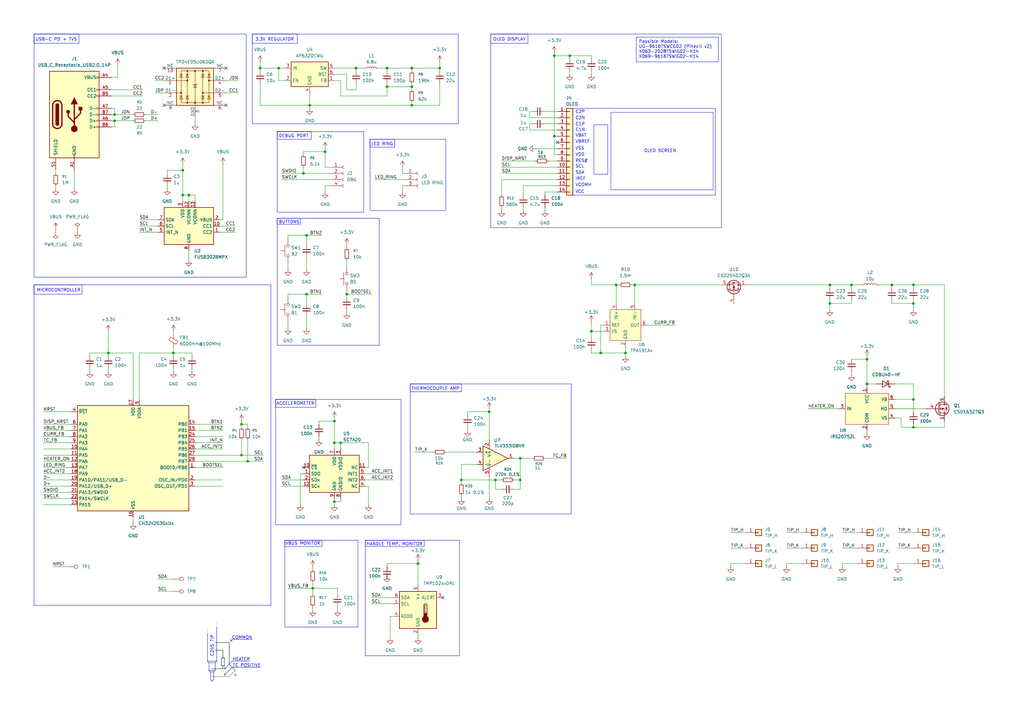
<source format=kicad_sch>
(kicad_sch
	(version 20250114)
	(generator "eeschema")
	(generator_version "9.0")
	(uuid "7095b018-eac3-4b01-b374-28e3216c4fd8")
	(paper "A3")
	
	(rectangle
		(start 113.03 163.83)
		(end 164.465 215.265)
		(stroke
			(width 0)
			(type default)
		)
		(fill
			(type none)
		)
		(uuid 25f66d05-38b5-4a17-99c1-8cad2c92cd3e)
	)
	(rectangle
		(start 13.97 13.97)
		(end 100.965 113.665)
		(stroke
			(width 0)
			(type default)
		)
		(fill
			(type none)
		)
		(uuid 34cfca7f-b72a-4261-a704-f33e6bc4b279)
	)
	(rectangle
		(start 113.03 163.83)
		(end 129.54 167.005)
		(stroke
			(width 0)
			(type default)
		)
		(fill
			(type none)
		)
		(uuid 37b1d202-d0af-4356-9cea-c5377ffdf5c6)
	)
	(rectangle
		(start 116.84 221.615)
		(end 132.08 224.155)
		(stroke
			(width 0)
			(type default)
		)
		(fill
			(type none)
		)
		(uuid 3ff5b4ba-34b9-4474-bd0b-2b540e2050a9)
	)
	(rectangle
		(start 168.275 157.48)
		(end 189.23 160.655)
		(stroke
			(width 0)
			(type default)
		)
		(fill
			(type none)
		)
		(uuid 411456a7-808a-4a99-b2e7-4b00b0660778)
	)
	(rectangle
		(start 113.665 89.535)
		(end 123.19 92.075)
		(stroke
			(width 0)
			(type default)
		)
		(fill
			(type none)
		)
		(uuid 51756553-69aa-4f9f-a31a-a60fa2c78053)
	)
	(rectangle
		(start 113.665 53.975)
		(end 149.225 86.995)
		(stroke
			(width 0)
			(type default)
		)
		(fill
			(type none)
		)
		(uuid 5ccf0a54-c09c-402b-8c12-180398bcf0c0)
	)
	(rectangle
		(start 151.765 57.15)
		(end 182.88 86.36)
		(stroke
			(width 0)
			(type default)
		)
		(fill
			(type none)
		)
		(uuid 7ca7d888-0de2-4ee4-9e02-bce99f6c7310)
	)
	(rectangle
		(start 13.97 116.84)
		(end 33.655 120.65)
		(stroke
			(width 0)
			(type default)
		)
		(fill
			(type none)
		)
		(uuid 7d5ee34c-3c30-4116-b034-575f8f5cbca0)
	)
	(rectangle
		(start 113.665 89.535)
		(end 155.575 141.605)
		(stroke
			(width 0)
			(type default)
		)
		(fill
			(type none)
		)
		(uuid 9c119ec4-7162-4594-9de4-9af2e8ac3469)
	)
	(rectangle
		(start 103.505 13.97)
		(end 121.92 17.78)
		(stroke
			(width 0)
			(type default)
		)
		(fill
			(type none)
		)
		(uuid 9d5c2b83-1ad1-4eb5-9c00-115d7cfbb819)
	)
	(rectangle
		(start 168.275 157.48)
		(end 234.315 210.82)
		(stroke
			(width 0)
			(type default)
		)
		(fill
			(type none)
		)
		(uuid a57dfd79-f7b7-44cf-be58-21e0757161fa)
	)
	(rectangle
		(start 13.97 116.84)
		(end 111.125 248.285)
		(stroke
			(width 0)
			(type default)
		)
		(fill
			(type none)
		)
		(uuid a66c837f-d550-4ad5-b67a-1a34b6eaed03)
	)
	(rectangle
		(start 250.571 46.101)
		(end 292.481 77.851)
		(stroke
			(width 0)
			(type default)
		)
		(fill
			(type none)
		)
		(uuid b323df54-646c-4c42-ac5d-c702f5da28df)
	)
	(rectangle
		(start 13.97 13.97)
		(end 32.385 17.78)
		(stroke
			(width 0)
			(type default)
		)
		(fill
			(type none)
		)
		(uuid b41c86f7-a703-4da7-9c7c-3d6f2dbdab0b)
	)
	(rectangle
		(start 149.86 221.615)
		(end 173.99 224.155)
		(stroke
			(width 0)
			(type default)
		)
		(fill
			(type none)
		)
		(uuid b798fff3-5d10-4e4c-948c-461a0845de52)
	)
	(rectangle
		(start 151.765 57.15)
		(end 161.925 60.325)
		(stroke
			(width 0)
			(type default)
		)
		(fill
			(type none)
		)
		(uuid bb60d903-b4fc-4579-917b-d8b1327cda5c)
	)
	(rectangle
		(start 234.95 44.45)
		(end 293.37 80.01)
		(stroke
			(width 0)
			(type default)
		)
		(fill
			(type none)
		)
		(uuid c7ed09f4-c5b0-447c-8527-2fd1a9942fc7)
	)
	(rectangle
		(start 201.295 13.97)
		(end 295.91 93.345)
		(stroke
			(width 0)
			(type default)
		)
		(fill
			(type none)
		)
		(uuid c86b0301-7b25-4d55-b6bd-bf1af0f3ea13)
	)
	(rectangle
		(start 243.586 51.181)
		(end 249.301 71.501)
		(stroke
			(width 0)
			(type default)
		)
		(fill
			(type none)
		)
		(uuid cc173c2c-4802-4b85-8dc1-c0ed1e2586ae)
	)
	(rectangle
		(start 116.84 221.615)
		(end 146.812 257.175)
		(stroke
			(width 0)
			(type default)
		)
		(fill
			(type none)
		)
		(uuid d2b50b41-845d-4a0b-ad88-942dbe8a9ea1)
	)
	(rectangle
		(start 113.665 53.975)
		(end 127.635 57.15)
		(stroke
			(width 0)
			(type default)
		)
		(fill
			(type none)
		)
		(uuid d42d397b-7d5e-44b0-98a1-cec60f91a733)
	)
	(rectangle
		(start 103.505 13.97)
		(end 187.96 50.8)
		(stroke
			(width 0)
			(type default)
		)
		(fill
			(type none)
		)
		(uuid d5e44070-3c31-4662-9265-15546dcb33a9)
	)
	(rectangle
		(start 149.86 221.615)
		(end 188.468 268.986)
		(stroke
			(width 0)
			(type default)
		)
		(fill
			(type none)
		)
		(uuid dc78faa3-7706-462b-aff1-ea2259b8957d)
	)
	(rectangle
		(start 201.295 13.97)
		(end 216.535 17.78)
		(stroke
			(width 0)
			(type default)
		)
		(fill
			(type none)
		)
		(uuid df873f2f-b2dc-4231-b391-da9722f3ee43)
	)
	(text "COMMON"
		(exclude_from_sim no)
		(at 95.123 261.62 0)
		(effects
			(font
				(size 1.27 1.27)
			)
			(justify left)
		)
		(uuid "0da803d8-6a61-4b47-b3c4-8c42b4ebcdd7")
	)
	(text "3.3V REGULATOR"
		(exclude_from_sim no)
		(at 104.648 16.256 0)
		(effects
			(font
				(size 1.27 1.27)
			)
			(justify left)
		)
		(uuid "270c64e9-acc9-4bdf-adf9-51e85a7cfae3")
	)
	(text "C2N"
		(exclude_from_sim no)
		(at 235.966 48.514 0)
		(effects
			(font
				(size 1.27 1.27)
			)
			(justify left)
		)
		(uuid "303735e4-f194-4e97-9ddd-7741146e5965")
	)
	(text "USB-C PD + TVS"
		(exclude_from_sim no)
		(at 14.478 16.256 0)
		(effects
			(font
				(size 1.27 1.27)
			)
			(justify left)
		)
		(uuid "3b53ae36-2320-46df-8526-8d2b0e4cd267")
	)
	(text "BUTTONS"
		(exclude_from_sim no)
		(at 114.3 91.186 0)
		(effects
			(font
				(size 1.27 1.27)
			)
			(justify left)
		)
		(uuid "4ff0d853-92f6-4f02-aa33-1f252be5ef75")
	)
	(text "DEBUG PORT"
		(exclude_from_sim no)
		(at 114.3 55.88 0)
		(effects
			(font
				(size 1.27 1.27)
			)
			(justify left)
		)
		(uuid "5c2c7cad-81d2-418f-aeca-ca54c6312f8c")
	)
	(text "SCL"
		(exclude_from_sim no)
		(at 235.966 68.326 0)
		(effects
			(font
				(size 1.27 1.27)
			)
			(justify left)
		)
		(uuid "63c62cf3-4266-478a-9f68-199034fe5d8b")
	)
	(text "RES#"
		(exclude_from_sim no)
		(at 235.966 66.04 0)
		(effects
			(font
				(size 1.27 1.27)
			)
			(justify left)
		)
		(uuid "6ce3c0b9-bb73-4f4d-8996-df06398c02e3")
	)
	(text "C1P"
		(exclude_from_sim no)
		(at 235.966 51.054 0)
		(effects
			(font
				(size 1.27 1.27)
			)
			(justify left)
		)
		(uuid "6d196f00-fda4-408a-b16f-63e268646b7a")
	)
	(text "ACCELEROMETER"
		(exclude_from_sim no)
		(at 121.158 165.608 0)
		(effects
			(font
				(size 1.27 1.27)
			)
		)
		(uuid "6d3cce01-49eb-4036-848c-880563d726ff")
	)
	(text "HEATER"
		(exclude_from_sim no)
		(at 95.377 270.51 0)
		(effects
			(font
				(size 1.27 1.27)
			)
			(justify left)
		)
		(uuid "6f935533-365b-4490-a199-60d1f885e9c5")
	)
	(text "IREF"
		(exclude_from_sim no)
		(at 235.966 73.406 0)
		(effects
			(font
				(size 1.27 1.27)
			)
			(justify left)
		)
		(uuid "78269562-db7d-4f9c-9409-11de08793bfa")
	)
	(text "C1N"
		(exclude_from_sim no)
		(at 235.966 53.34 0)
		(effects
			(font
				(size 1.27 1.27)
			)
			(justify left)
		)
		(uuid "86eaf89d-7735-48bc-8adf-2c6d7e1c9267")
	)
	(text "C2P"
		(exclude_from_sim no)
		(at 235.966 45.974 0)
		(effects
			(font
				(size 1.27 1.27)
			)
			(justify left)
		)
		(uuid "88767c22-62f5-491f-8191-e622ce50d549")
	)
	(text "VDD"
		(exclude_from_sim no)
		(at 235.966 63.5 0)
		(effects
			(font
				(size 1.27 1.27)
			)
			(justify left)
		)
		(uuid "98ea20d6-f789-4c9a-9d2d-ddf9c4e55ce3")
	)
	(text "HANDLE TEMP. MONITOR"
		(exclude_from_sim no)
		(at 161.798 223.266 0)
		(effects
			(font
				(size 1.27 1.27)
			)
		)
		(uuid "9cf9be48-0da6-4698-b802-905b4321ec7e")
	)
	(text "TC POSITIVE"
		(exclude_from_sim no)
		(at 95.377 273.05 0)
		(effects
			(font
				(size 1.27 1.27)
			)
			(justify left)
		)
		(uuid "9da3b577-a0bb-4c33-9c3c-e8388ac87829")
	)
	(text "OLED SCREEN"
		(exclude_from_sim no)
		(at 270.764 61.976 0)
		(effects
			(font
				(size 1.27 1.27)
			)
		)
		(uuid "a7d4d929-dbaa-411d-a847-37e4617db2b8")
	)
	(text "VCC"
		(exclude_from_sim no)
		(at 235.966 78.74 0)
		(effects
			(font
				(size 1.27 1.27)
			)
			(justify left)
		)
		(uuid "c0b5be38-ee7a-4c62-b666-9455a24b9bdf")
	)
	(text "SDA"
		(exclude_from_sim no)
		(at 235.966 70.866 0)
		(effects
			(font
				(size 1.27 1.27)
			)
			(justify left)
		)
		(uuid "d1f23843-c159-4734-816f-e3ebdc7225d4")
	)
	(text "VBREF"
		(exclude_from_sim no)
		(at 235.966 58.166 0)
		(effects
			(font
				(size 1.27 1.27)
			)
			(justify left)
		)
		(uuid "dc92fbc2-eb7d-47ac-891e-6de1528c9506")
	)
	(text "OLED DISPLAY"
		(exclude_from_sim no)
		(at 202.184 16.256 0)
		(effects
			(font
				(size 1.27 1.27)
			)
			(justify left)
		)
		(uuid "e1182865-9cf6-484e-b369-4d8124243a24")
	)
	(text "VBAT"
		(exclude_from_sim no)
		(at 235.966 55.626 0)
		(effects
			(font
				(size 1.27 1.27)
			)
			(justify left)
		)
		(uuid "e5136794-6a5a-4728-b4d0-e47266a8ec2c")
	)
	(text "VSS"
		(exclude_from_sim no)
		(at 235.966 60.96 0)
		(effects
			(font
				(size 1.27 1.27)
			)
			(justify left)
		)
		(uuid "e5277a5c-1568-43ec-ab65-5c403a9ddad3")
	)
	(text "VCOMH"
		(exclude_from_sim no)
		(at 235.966 75.946 0)
		(effects
			(font
				(size 1.27 1.27)
			)
			(justify left)
		)
		(uuid "e677c7ab-e79d-4a1c-8a88-4a56ca5d6b79")
	)
	(text "THERMOCOUPLE AMP"
		(exclude_from_sim no)
		(at 178.562 159.512 0)
		(effects
			(font
				(size 1.27 1.27)
			)
		)
		(uuid "e865e2d4-df9a-47d7-8bc3-1d543675c813")
	)
	(text "C245 TIP"
		(exclude_from_sim no)
		(at 86.995 264.922 90)
		(effects
			(font
				(size 1.27 1.27)
			)
		)
		(uuid "ec1ed9c1-072b-4c68-8764-5736b7bc8d68")
	)
	(text "LED RING"
		(exclude_from_sim no)
		(at 156.718 59.182 0)
		(effects
			(font
				(size 1.27 1.27)
			)
		)
		(uuid "eebaafe7-13f6-4495-a884-67f3bb5c6ce1")
	)
	(text "MICROCONTROLLER"
		(exclude_from_sim no)
		(at 14.986 119.126 0)
		(effects
			(font
				(size 1.27 1.27)
			)
			(justify left)
		)
		(uuid "f4202bbd-17db-406a-9b6f-417fe43fdaab")
	)
	(text "VBUS MONITOR"
		(exclude_from_sim no)
		(at 124.206 223.012 0)
		(effects
			(font
				(size 1.27 1.27)
			)
		)
		(uuid "f741b2f1-f711-4456-aa2d-f19417092858")
	)
	(text_box "Possible Models:\nUG-9616TSWCG02 (Pinecil v2)\nX063-2028TSWIG02-H14\nX069-9616TSWIG02-H14"
		(exclude_from_sim no)
		(at 260.985 15.24 0)
		(size 33.655 10.16)
		(margins 0.9525 0.9525 0.9525 0.9525)
		(stroke
			(width 0)
			(type solid)
		)
		(fill
			(type none)
		)
		(effects
			(font
				(size 1.27 1.27)
			)
			(justify left top)
		)
		(uuid "aff1d92e-7948-41af-95d4-eec0b0d11729")
	)
	(junction
		(at 340.36 116.84)
		(diameter 0)
		(color 0 0 0 0)
		(uuid "0249d269-810c-4792-bcad-62c507e2feae")
	)
	(junction
		(at 146.05 27.94)
		(diameter 0)
		(color 0 0 0 0)
		(uuid "0acd8611-5527-40f7-90a3-5c60d1adc1d0")
	)
	(junction
		(at 252.73 116.84)
		(diameter 0)
		(color 0 0 0 0)
		(uuid "1ddbe419-3595-4df3-a72f-7cf030e34ac4")
	)
	(junction
		(at 99.06 173.99)
		(diameter 0)
		(color 0 0 0 0)
		(uuid "22bc19a2-e590-4ae5-87e1-2c346112c753")
	)
	(junction
		(at 374.65 175.26)
		(diameter 0)
		(color 0 0 0 0)
		(uuid "253e7a83-9b7c-4d4c-b8d1-7fbacce38609")
	)
	(junction
		(at 260.35 116.84)
		(diameter 0)
		(color 0 0 0 0)
		(uuid "344187d9-c96b-45fd-8f6c-b46a99aead8f")
	)
	(junction
		(at 101.6 189.23)
		(diameter 0)
		(color 0 0 0 0)
		(uuid "39afbb62-f4d9-47c5-b1ec-6bf8308a9b0e")
	)
	(junction
		(at 200.66 168.91)
		(diameter 0)
		(color 0 0 0 0)
		(uuid "3f9bcc33-18ad-48ec-8047-f514eddb9bd3")
	)
	(junction
		(at 340.36 124.46)
		(diameter 0)
		(color 0 0 0 0)
		(uuid "43942d84-b87b-4f4a-adb8-d0b0fad21d24")
	)
	(junction
		(at 374.65 163.83)
		(diameter 0)
		(color 0 0 0 0)
		(uuid "45cd84fd-2fd0-4481-9f27-779c4e05a620")
	)
	(junction
		(at 189.23 196.85)
		(diameter 0)
		(color 0 0 0 0)
		(uuid "4793f579-9960-4fea-a983-16516b9a6a74")
	)
	(junction
		(at 158.75 27.94)
		(diameter 0)
		(color 0 0 0 0)
		(uuid "4e457d4d-37fd-4b51-a420-85ebb8dc04c5")
	)
	(junction
		(at 128.27 241.3)
		(diameter 0)
		(color 0 0 0 0)
		(uuid "5171e2df-ff89-449d-9837-899c8a33b75c")
	)
	(junction
		(at 355.6 147.32)
		(diameter 0)
		(color 0 0 0 0)
		(uuid "53a66df1-5fe2-4b0c-804a-c9cb357aa0e6")
	)
	(junction
		(at 168.91 35.56)
		(diameter 0)
		(color 0 0 0 0)
		(uuid "57d2e74f-9c65-42d1-a47a-8230db07f92e")
	)
	(junction
		(at 137.16 181.61)
		(diameter 0)
		(color 0 0 0 0)
		(uuid "589eff9d-eed1-4df5-98d6-26b7c768b426")
	)
	(junction
		(at 171.45 231.14)
		(diameter 0)
		(color 0 0 0 0)
		(uuid "5c8091f6-1fe8-4a10-b56d-0569715c68e9")
	)
	(junction
		(at 46.99 49.53)
		(diameter 0)
		(color 0 0 0 0)
		(uuid "5e8d1cf7-167e-4030-9f28-7c115ea5395b")
	)
	(junction
		(at 227.33 55.88)
		(diameter 0)
		(color 0 0 0 0)
		(uuid "5fbb3de9-86ee-49ad-a284-eb55f1cc692a")
	)
	(junction
		(at 168.91 43.18)
		(diameter 0)
		(color 0 0 0 0)
		(uuid "660d2309-d1aa-4d86-b95c-854e50c0a293")
	)
	(junction
		(at 168.91 27.94)
		(diameter 0)
		(color 0 0 0 0)
		(uuid "691dc945-779c-4911-8f56-5300f4d58275")
	)
	(junction
		(at 233.68 22.86)
		(diameter 0)
		(color 0 0 0 0)
		(uuid "73b54f8a-8892-4f5c-ad2f-0a2e6cc384c3")
	)
	(junction
		(at 203.2 196.85)
		(diameter 0)
		(color 0 0 0 0)
		(uuid "77d052f3-f174-4ac4-b7f3-74fd8cd4f0e2")
	)
	(junction
		(at 137.16 172.72)
		(diameter 0)
		(color 0 0 0 0)
		(uuid "84b1d133-5555-4f34-9259-4c4a00397909")
	)
	(junction
		(at 158.75 35.56)
		(diameter 0)
		(color 0 0 0 0)
		(uuid "85eb43cd-2fb7-4c1a-b0ce-7e338a2da686")
	)
	(junction
		(at 213.36 196.85)
		(diameter 0)
		(color 0 0 0 0)
		(uuid "879d8513-8c12-4c71-805b-cfd0566ce6a8")
	)
	(junction
		(at 99.06 186.69)
		(diameter 0)
		(color 0 0 0 0)
		(uuid "8f91cdd6-9b8f-41e7-aba5-783e4c94f1c2")
	)
	(junction
		(at 349.25 116.84)
		(diameter 0)
		(color 0 0 0 0)
		(uuid "924a9453-b138-4112-9cf9-cdd7d6fd271f")
	)
	(junction
		(at 227.33 22.86)
		(diameter 0)
		(color 0 0 0 0)
		(uuid "9531702c-c6a6-4297-8a10-64a5c6fc90b3")
	)
	(junction
		(at 256.54 144.78)
		(diameter 0)
		(color 0 0 0 0)
		(uuid "9caedf99-1ce5-437a-a1b9-fdea2f4ef713")
	)
	(junction
		(at 374.65 124.46)
		(diameter 0)
		(color 0 0 0 0)
		(uuid "9ce0d5f7-a196-42ba-865b-78bc41279af1")
	)
	(junction
		(at 44.45 144.78)
		(diameter 0)
		(color 0 0 0 0)
		(uuid "9fa2ea7a-f50f-4f59-8f6e-1d8cc4b4f22f")
	)
	(junction
		(at 74.93 80.01)
		(diameter 0)
		(color 0 0 0 0)
		(uuid "a102cd63-af1a-49b4-9201-df06578d4c1f")
	)
	(junction
		(at 213.36 187.96)
		(diameter 0)
		(color 0 0 0 0)
		(uuid "aff6f7cf-f995-4965-9b70-2f6e1afd3257")
	)
	(junction
		(at 242.57 135.89)
		(diameter 0)
		(color 0 0 0 0)
		(uuid "b958df09-8ec2-41c8-a836-0b7b6536713e")
	)
	(junction
		(at 246.38 144.78)
		(diameter 0)
		(color 0 0 0 0)
		(uuid "b9c98c12-e257-4402-a676-dee8dfb4f378")
	)
	(junction
		(at 125.73 120.65)
		(diameter 0)
		(color 0 0 0 0)
		(uuid "bf198e04-4a01-4230-877f-f1ab43f756f2")
	)
	(junction
		(at 71.12 144.78)
		(diameter 0)
		(color 0 0 0 0)
		(uuid "cbafbc4a-ea32-4bc2-8303-c740f3149d9b")
	)
	(junction
		(at 127 43.18)
		(diameter 0)
		(color 0 0 0 0)
		(uuid "d049456d-20ee-4308-a384-c295c5fb64a1")
	)
	(junction
		(at 77.47 80.01)
		(diameter 0)
		(color 0 0 0 0)
		(uuid "d075905e-0ee9-4e4e-bc8b-46248e59d6b7")
	)
	(junction
		(at 137.16 205.74)
		(diameter 0)
		(color 0 0 0 0)
		(uuid "d3c0ec6c-e13a-496a-ad1c-ba60afc46b96")
	)
	(junction
		(at 46.99 46.99)
		(diameter 0)
		(color 0 0 0 0)
		(uuid "d3cb3929-1383-43bf-9aa0-8d6179547879")
	)
	(junction
		(at 365.76 116.84)
		(diameter 0)
		(color 0 0 0 0)
		(uuid "d6376345-e63e-469e-b947-b621d80200ca")
	)
	(junction
		(at 125.73 96.52)
		(diameter 0)
		(color 0 0 0 0)
		(uuid "d8814552-a2c0-4a06-a6ac-aee6b3d4aa8f")
	)
	(junction
		(at 374.65 116.84)
		(diameter 0)
		(color 0 0 0 0)
		(uuid "d9505c24-ab59-4a1d-8ead-8359d37f8315")
	)
	(junction
		(at 355.6 157.48)
		(diameter 0)
		(color 0 0 0 0)
		(uuid "db98d098-9019-45b6-80db-568ba28220c4")
	)
	(junction
		(at 74.93 69.85)
		(diameter 0)
		(color 0 0 0 0)
		(uuid "dced1970-c9d1-4fca-aa68-57578fbeec87")
	)
	(junction
		(at 133.35 62.23)
		(diameter 0)
		(color 0 0 0 0)
		(uuid "dd645f38-5944-4257-9764-2d12bcf783d9")
	)
	(junction
		(at 124.46 71.12)
		(diameter 0)
		(color 0 0 0 0)
		(uuid "e0c9883b-d031-4a61-9fde-76739f501e2c")
	)
	(junction
		(at 114.3 27.94)
		(diameter 0)
		(color 0 0 0 0)
		(uuid "e80bc681-7695-43f3-a2bd-d411c7e86409")
	)
	(junction
		(at 139.7 181.61)
		(diameter 0)
		(color 0 0 0 0)
		(uuid "ea9ea449-1699-40d7-8a1c-89a1d2111f96")
	)
	(junction
		(at 180.34 27.94)
		(diameter 0)
		(color 0 0 0 0)
		(uuid "efddc068-f25b-4568-b3c6-1c6aa0f4c97e")
	)
	(junction
		(at 106.68 27.94)
		(diameter 0)
		(color 0 0 0 0)
		(uuid "f1df4cab-d95d-4e21-b204-cc5686c3ccd2")
	)
	(junction
		(at 142.24 120.65)
		(diameter 0)
		(color 0 0 0 0)
		(uuid "fe9b1f2a-8aec-4aa7-8489-1f83d22307ee")
	)
	(no_connect
		(at 92.71 43.18)
		(uuid "46b4ccbc-24ab-4899-8505-9a1bc9336197")
	)
	(no_connect
		(at 67.31 27.94)
		(uuid "613b3790-5218-413f-a343-e26aa4ea4b95")
	)
	(no_connect
		(at 228.6 58.42)
		(uuid "8d801d13-32fe-4e34-8cc5-b8a86a497023")
	)
	(no_connect
		(at 181.61 245.11)
		(uuid "b019387a-2a10-4f2e-ad70-575cf4df82b8")
	)
	(no_connect
		(at 124.46 191.77)
		(uuid "bb17c601-45a1-4eb6-aaaf-eada3efdd523")
	)
	(no_connect
		(at 67.31 43.18)
		(uuid "c9b41e3a-80a4-4410-be4c-91975e86700a")
	)
	(no_connect
		(at 92.71 27.94)
		(uuid "e9fc4535-1911-4390-b5e2-c282d53c9319")
	)
	(wire
		(pts
			(xy 99.06 186.69) (xy 107.95 186.69)
		)
		(stroke
			(width 0)
			(type default)
		)
		(uuid "00dc7f33-0b4e-4099-8479-24293b9aabac")
	)
	(wire
		(pts
			(xy 149.86 196.85) (xy 161.29 196.85)
		)
		(stroke
			(width 0)
			(type default)
		)
		(uuid "0156bf95-e162-433c-99c7-904c2f68448d")
	)
	(wire
		(pts
			(xy 306.07 231.14) (xy 299.72 231.14)
		)
		(stroke
			(width 0)
			(type default)
		)
		(uuid "01731df4-405d-4159-8024-ddbfe44e4824")
	)
	(wire
		(pts
			(xy 180.34 25.4) (xy 180.34 27.94)
		)
		(stroke
			(width 0)
			(type default)
		)
		(uuid "0280334b-627a-4233-a676-012a207d9298")
	)
	(wire
		(pts
			(xy 123.19 194.31) (xy 124.46 194.31)
		)
		(stroke
			(width 0)
			(type default)
		)
		(uuid "03f9526b-c252-4cea-a8ec-81306ff6df76")
	)
	(wire
		(pts
			(xy 63.5 38.1) (xy 67.31 38.1)
		)
		(stroke
			(width 0)
			(type default)
		)
		(uuid "057a48eb-9b1d-42a5-bf44-6985b9321748")
	)
	(polyline
		(pts
			(xy 94.615 262.89) (xy 95.25 262.89)
		)
		(stroke
			(width 0)
			(type default)
		)
		(uuid "061e75a6-db12-4875-bb49-acc7a02aa4eb")
	)
	(wire
		(pts
			(xy 227.33 55.88) (xy 228.6 55.88)
		)
		(stroke
			(width 0)
			(type default)
		)
		(uuid "06a39b25-e5c0-48bf-8f66-6ff9e46efda7")
	)
	(polyline
		(pts
			(xy 93.98 263.525) (xy 93.98 272.415)
		)
		(stroke
			(width 0)
			(type solid)
			(color 0 0 0 1)
		)
		(uuid "076917fa-25ee-47d3-b2b0-165b02f01f24")
	)
	(wire
		(pts
			(xy 68.58 69.85) (xy 74.93 69.85)
		)
		(stroke
			(width 0)
			(type default)
		)
		(uuid "088c7699-190e-4234-9815-fffe11d5ef7a")
	)
	(wire
		(pts
			(xy 68.58 76.2) (xy 68.58 77.47)
		)
		(stroke
			(width 0)
			(type default)
		)
		(uuid "090443bb-96fb-4f06-ac72-191a7f6e15f4")
	)
	(wire
		(pts
			(xy 96.52 95.25) (xy 90.17 95.25)
		)
		(stroke
			(width 0)
			(type default)
		)
		(uuid "091df10a-a778-479d-8cbf-324751cb3cc5")
	)
	(wire
		(pts
			(xy 115.57 199.39) (xy 124.46 199.39)
		)
		(stroke
			(width 0)
			(type default)
		)
		(uuid "093a4bfc-aabd-4586-948a-1580d9afeffa")
	)
	(wire
		(pts
			(xy 45.72 36.83) (xy 58.42 36.83)
		)
		(stroke
			(width 0)
			(type default)
		)
		(uuid "098337dc-d67f-4f92-9e59-aa0530495823")
	)
	(wire
		(pts
			(xy 367.03 163.83) (xy 374.65 163.83)
		)
		(stroke
			(width 0)
			(type default)
		)
		(uuid "0991fc57-c77d-4d8b-a7f5-93559a71531e")
	)
	(wire
		(pts
			(xy 368.3 218.44) (xy 374.65 218.44)
		)
		(stroke
			(width 0)
			(type default)
		)
		(uuid "0b3b1be4-2c7f-47f2-886c-9ff27992e090")
	)
	(wire
		(pts
			(xy 355.6 176.53) (xy 355.6 177.8)
		)
		(stroke
			(width 0)
			(type default)
		)
		(uuid "0c9fa1d8-a413-4dad-b1e6-53724d6877dc")
	)
	(wire
		(pts
			(xy 80.01 184.15) (xy 91.44 184.15)
		)
		(stroke
			(width 0)
			(type default)
		)
		(uuid "0d0fb7d8-cf76-4ea3-b43e-0043f449d33e")
	)
	(wire
		(pts
			(xy 374.65 173.99) (xy 374.65 175.26)
		)
		(stroke
			(width 0)
			(type default)
		)
		(uuid "0d1d8e67-44be-4e93-8637-8b77df712344")
	)
	(wire
		(pts
			(xy 106.68 34.29) (xy 106.68 43.18)
		)
		(stroke
			(width 0)
			(type default)
		)
		(uuid "0d1da041-1604-484f-8588-64418e6780df")
	)
	(polyline
		(pts
			(xy 99.695 273.685) (xy 106.68 273.685)
		)
		(stroke
			(width 0)
			(type default)
		)
		(uuid "0efdd063-1445-49ad-b269-05e1548bd623")
	)
	(wire
		(pts
			(xy 367.03 157.48) (xy 374.65 157.48)
		)
		(stroke
			(width 0)
			(type default)
		)
		(uuid "0f2a8a4d-3e10-44bf-9ebb-4b69f6c43acb")
	)
	(wire
		(pts
			(xy 17.78 191.77) (xy 29.21 191.77)
		)
		(stroke
			(width 0)
			(type default)
		)
		(uuid "0f968ad1-38fa-43f3-a9ca-eaab57060db2")
	)
	(wire
		(pts
			(xy 242.57 116.84) (xy 252.73 116.84)
		)
		(stroke
			(width 0)
			(type default)
		)
		(uuid "0fc82661-f672-4e99-90f7-45db1126fb58")
	)
	(wire
		(pts
			(xy 214.63 85.09) (xy 214.63 86.36)
		)
		(stroke
			(width 0)
			(type default)
		)
		(uuid "0fdf5b0f-14a7-4ff5-aee8-91dcf3e80430")
	)
	(wire
		(pts
			(xy 242.57 144.78) (xy 246.38 144.78)
		)
		(stroke
			(width 0)
			(type default)
		)
		(uuid "0ff7262c-1160-4251-aadc-3b2de692cbe4")
	)
	(wire
		(pts
			(xy 355.6 157.48) (xy 355.6 158.75)
		)
		(stroke
			(width 0)
			(type default)
		)
		(uuid "10879948-174d-4f3a-9f51-53823fa9a5bd")
	)
	(wire
		(pts
			(xy 265.43 133.35) (xy 276.86 133.35)
		)
		(stroke
			(width 0)
			(type default)
		)
		(uuid "10e420cf-744f-4771-a1f7-03219557939d")
	)
	(wire
		(pts
			(xy 168.91 35.56) (xy 158.75 35.56)
		)
		(stroke
			(width 0)
			(type default)
		)
		(uuid "1190a964-f3bd-43e5-a242-6444d80cf4b2")
	)
	(polyline
		(pts
			(xy 86.995 277.495) (xy 93.98 277.495)
		)
		(stroke
			(width 0)
			(type solid)
			(color 128 77 0 1)
		)
		(uuid "11cf35b8-cd1b-4b18-8246-50d401672c42")
	)
	(wire
		(pts
			(xy 189.23 196.85) (xy 189.23 190.5)
		)
		(stroke
			(width 0)
			(type default)
		)
		(uuid "12f02fb2-28a7-4766-ae13-424545151178")
	)
	(wire
		(pts
			(xy 137.16 181.61) (xy 137.16 184.15)
		)
		(stroke
			(width 0)
			(type default)
		)
		(uuid "135c080a-b87a-42f2-bd23-e8f54c5ee6c7")
	)
	(wire
		(pts
			(xy 165.1 78.74) (xy 165.1 76.2)
		)
		(stroke
			(width 0)
			(type default)
		)
		(uuid "13a8fbae-4055-4538-a775-7561035458e6")
	)
	(wire
		(pts
			(xy 171.45 231.14) (xy 171.45 240.03)
		)
		(stroke
			(width 0)
			(type default)
		)
		(uuid "13ad3050-341d-4764-8a4c-837cb1090bc6")
	)
	(wire
		(pts
			(xy 189.23 196.85) (xy 203.2 196.85)
		)
		(stroke
			(width 0)
			(type default)
		)
		(uuid "13e7537a-edd6-43d5-8bb0-f6eb3d491016")
	)
	(wire
		(pts
			(xy 252.73 124.46) (xy 252.73 116.84)
		)
		(stroke
			(width 0)
			(type default)
		)
		(uuid "13f6d467-bb2d-42f5-88f7-66fead528204")
	)
	(wire
		(pts
			(xy 213.36 196.85) (xy 213.36 187.96)
		)
		(stroke
			(width 0)
			(type default)
		)
		(uuid "1427c6b1-5293-499b-9663-f54121cc8ca4")
	)
	(wire
		(pts
			(xy 48.26 31.75) (xy 48.26 26.67)
		)
		(stroke
			(width 0)
			(type default)
		)
		(uuid "14b83c6b-fa77-4ec1-b020-d89f490dd1db")
	)
	(wire
		(pts
			(xy 242.57 135.89) (xy 247.65 135.89)
		)
		(stroke
			(width 0)
			(type default)
		)
		(uuid "1544ce4c-aa9b-4868-ad89-38de6eed860a")
	)
	(wire
		(pts
			(xy 374.65 116.84) (xy 374.65 118.11)
		)
		(stroke
			(width 0)
			(type default)
		)
		(uuid "154f7824-5e3a-4df6-a265-e8ad4cf18628")
	)
	(wire
		(pts
			(xy 200.66 167.64) (xy 200.66 168.91)
		)
		(stroke
			(width 0)
			(type default)
		)
		(uuid "16a235b6-6479-41c3-934b-5990cd87fafe")
	)
	(wire
		(pts
			(xy 227.33 55.88) (xy 227.33 63.5)
		)
		(stroke
			(width 0)
			(type default)
		)
		(uuid "16a6ad92-1a6b-4d2b-93f1-5652f5947dbb")
	)
	(wire
		(pts
			(xy 168.91 29.21) (xy 168.91 27.94)
		)
		(stroke
			(width 0)
			(type default)
		)
		(uuid "16beecb1-a5ab-433f-9aa9-d5c8af0be23d")
	)
	(polyline
		(pts
			(xy 95.885 276.86) (xy 97.155 276.86)
		)
		(stroke
			(width 0)
			(type solid)
			(color 128 77 0 1)
		)
		(uuid "17532791-aaa0-48e6-a3d3-84b5cfe2ffdf")
	)
	(wire
		(pts
			(xy 45.72 52.07) (xy 46.99 52.07)
		)
		(stroke
			(width 0)
			(type default)
		)
		(uuid "18438b3a-827e-4972-b4d2-e39627126fd2")
	)
	(wire
		(pts
			(xy 17.78 186.69) (xy 29.21 186.69)
		)
		(stroke
			(width 0)
			(type default)
		)
		(uuid "185cc638-609c-4acf-9a83-434d47f9bece")
	)
	(wire
		(pts
			(xy 322.58 218.44) (xy 328.93 218.44)
		)
		(stroke
			(width 0)
			(type default)
		)
		(uuid "186284b8-bd67-4889-90c2-387a38831a45")
	)
	(wire
		(pts
			(xy 118.11 107.95) (xy 118.11 110.49)
		)
		(stroke
			(width 0)
			(type default)
		)
		(uuid "1a08e192-3ede-459c-841e-9f0c19ec1e3e")
	)
	(wire
		(pts
			(xy 17.78 201.93) (xy 29.21 201.93)
		)
		(stroke
			(width 0)
			(type default)
		)
		(uuid "1a675778-1e38-4114-a392-a674b2dc8fa9")
	)
	(wire
		(pts
			(xy 260.35 116.84) (xy 260.35 124.46)
		)
		(stroke
			(width 0)
			(type default)
		)
		(uuid "1a894749-5980-44f8-be8f-1f0ca672c7df")
	)
	(wire
		(pts
			(xy 71.12 135.89) (xy 71.12 137.16)
		)
		(stroke
			(width 0)
			(type default)
		)
		(uuid "1ae0b9e3-10e0-4c50-8291-792664f6f6ce")
	)
	(wire
		(pts
			(xy 246.38 133.35) (xy 246.38 144.78)
		)
		(stroke
			(width 0)
			(type default)
		)
		(uuid "1b0b81e1-f2ec-4a99-b32e-c67d3bf5d680")
	)
	(wire
		(pts
			(xy 374.65 175.26) (xy 387.35 175.26)
		)
		(stroke
			(width 0)
			(type default)
		)
		(uuid "1b77d230-b149-4ebc-9500-892f807d9feb")
	)
	(wire
		(pts
			(xy 247.65 133.35) (xy 246.38 133.35)
		)
		(stroke
			(width 0)
			(type default)
		)
		(uuid "1bc2dc48-90ad-4689-ba31-b6699fd8a9c4")
	)
	(wire
		(pts
			(xy 101.6 175.26) (xy 101.6 173.99)
		)
		(stroke
			(width 0)
			(type default)
		)
		(uuid "1beeb275-c1cd-4b8f-a12a-830eb9c2286d")
	)
	(wire
		(pts
			(xy 80.01 199.39) (xy 91.44 199.39)
		)
		(stroke
			(width 0)
			(type default)
		)
		(uuid "1c31a3a0-71be-4869-aecb-fe7720f70370")
	)
	(polyline
		(pts
			(xy 91.44 268.605) (xy 91.44 269.875)
		)
		(stroke
			(width 0)
			(type solid)
			(color 0 0 0 1)
		)
		(uuid "1cb32bb3-76dc-4823-be3a-ee1c82fb9d6e")
	)
	(wire
		(pts
			(xy 345.44 231.14) (xy 351.79 231.14)
		)
		(stroke
			(width 0)
			(type default)
		)
		(uuid "1cf9f715-8924-4551-8321-2cb14bcb7a4b")
	)
	(wire
		(pts
			(xy 168.91 43.18) (xy 127 43.18)
		)
		(stroke
			(width 0)
			(type default)
		)
		(uuid "1efe1ac7-40f4-4f17-9d42-17e1c9f0de6b")
	)
	(polyline
		(pts
			(xy 94.615 262.89) (xy 95.25 262.255)
		)
		(stroke
			(width 0)
			(type default)
		)
		(uuid "1fc62f63-6cba-4ff0-930d-1f292e0bfa84")
	)
	(wire
		(pts
			(xy 80.01 181.61) (xy 91.44 181.61)
		)
		(stroke
			(width 0)
			(type default)
		)
		(uuid "1fd72b09-6ab8-4dc4-8f0b-ca67c9a74253")
	)
	(wire
		(pts
			(xy 68.58 71.12) (xy 68.58 69.85)
		)
		(stroke
			(width 0)
			(type default)
		)
		(uuid "202b5c7b-0b11-4522-bc46-256551c46d63")
	)
	(wire
		(pts
			(xy 116.84 27.94) (xy 114.3 27.94)
		)
		(stroke
			(width 0)
			(type default)
		)
		(uuid "202f5003-0a48-4fcb-962b-eb5d0b2eea8c")
	)
	(polyline
		(pts
			(xy 85.09 271.145) (xy 88.9 271.145)
		)
		(stroke
			(width 0)
			(type default)
		)
		(uuid "20c289f8-34a5-48ed-8d32-b4b9e5521011")
	)
	(wire
		(pts
			(xy 158.75 231.14) (xy 171.45 231.14)
		)
		(stroke
			(width 0)
			(type default)
		)
		(uuid "20e2fb42-fafd-4f0a-849e-70f241cf50dd")
	)
	(wire
		(pts
			(xy 77.47 102.87) (xy 77.47 106.68)
		)
		(stroke
			(width 0)
			(type default)
		)
		(uuid "21a2f101-e4da-4991-a949-92df212cf85b")
	)
	(wire
		(pts
			(xy 138.43 248.92) (xy 138.43 250.19)
		)
		(stroke
			(width 0)
			(type default)
		)
		(uuid "21bbd215-45b4-4860-8d1a-f2e25c043882")
	)
	(polyline
		(pts
			(xy 95.25 262.255) (xy 103.505 262.255)
		)
		(stroke
			(width 0)
			(type default)
		)
		(uuid "225ad2a0-3f91-4b41-b14c-33002ef325b8")
	)
	(wire
		(pts
			(xy 180.34 43.18) (xy 168.91 43.18)
		)
		(stroke
			(width 0)
			(type default)
		)
		(uuid "228d2b28-0e5e-4a0f-9a64-60ca034456d5")
	)
	(wire
		(pts
			(xy 22.86 69.85) (xy 22.86 71.12)
		)
		(stroke
			(width 0)
			(type default)
		)
		(uuid "22ceb097-bc74-4764-aecd-0b980944d711")
	)
	(wire
		(pts
			(xy 299.72 224.79) (xy 306.07 224.79)
		)
		(stroke
			(width 0)
			(type default)
		)
		(uuid "234d1ba8-847a-498b-b1ae-e4eb0f0e2c2e")
	)
	(polyline
		(pts
			(xy 93.98 277.495) (xy 96.52 274.955)
		)
		(stroke
			(width 0)
			(type solid)
			(color 128 77 0 1)
		)
		(uuid "23b27315-c748-4e5f-bfe8-f12b825cfb87")
	)
	(wire
		(pts
			(xy 168.91 34.29) (xy 168.91 35.56)
		)
		(stroke
			(width 0)
			(type default)
		)
		(uuid "24d5a81f-7436-4451-bff0-11fbe42d2c28")
	)
	(wire
		(pts
			(xy 368.3 231.14) (xy 374.65 231.14)
		)
		(stroke
			(width 0)
			(type default)
		)
		(uuid "2616a777-c896-4d19-9dd1-44f1b40faa16")
	)
	(wire
		(pts
			(xy 340.36 123.19) (xy 340.36 124.46)
		)
		(stroke
			(width 0)
			(type default)
		)
		(uuid "262148e9-abf9-4df4-8abe-6bc1166237b2")
	)
	(wire
		(pts
			(xy 125.73 120.65) (xy 132.08 120.65)
		)
		(stroke
			(width 0)
			(type default)
		)
		(uuid "27851202-de10-4bda-a7a1-86d90d3431e9")
	)
	(wire
		(pts
			(xy 118.11 132.08) (xy 118.11 134.62)
		)
		(stroke
			(width 0)
			(type default)
		)
		(uuid "281d0dee-0d42-447c-96a0-518527b352a7")
	)
	(wire
		(pts
			(xy 345.44 224.79) (xy 351.79 224.79)
		)
		(stroke
			(width 0)
			(type default)
		)
		(uuid "28258bd8-18c4-469b-be71-ef9ab42f0cf4")
	)
	(wire
		(pts
			(xy 205.74 200.66) (xy 203.2 200.66)
		)
		(stroke
			(width 0)
			(type default)
		)
		(uuid "28f9a714-ce47-4a87-9eba-39a2e1e51e21")
	)
	(wire
		(pts
			(xy 158.75 39.37) (xy 139.7 39.37)
		)
		(stroke
			(width 0)
			(type default)
		)
		(uuid "296133f5-2a32-47e9-994c-67f3c4c032fa")
	)
	(wire
		(pts
			(xy 46.99 44.45) (xy 46.99 46.99)
		)
		(stroke
			(width 0)
			(type default)
		)
		(uuid "2b6c7f04-a093-4524-90eb-496f9f787527")
	)
	(wire
		(pts
			(xy 205.74 73.66) (xy 205.74 80.01)
		)
		(stroke
			(width 0)
			(type default)
		)
		(uuid "2c6750b6-74c7-4d32-8f14-8af4353a5366")
	)
	(wire
		(pts
			(xy 127 43.18) (xy 127 44.45)
		)
		(stroke
			(width 0)
			(type default)
		)
		(uuid "2caf9a90-c3fc-4061-b393-2a0dec203c07")
	)
	(wire
		(pts
			(xy 118.11 121.92) (xy 118.11 120.65)
		)
		(stroke
			(width 0)
			(type default)
		)
		(uuid "2ee4ebfa-2b1b-4192-baa0-8298861d736b")
	)
	(wire
		(pts
			(xy 45.72 31.75) (xy 48.26 31.75)
		)
		(stroke
			(width 0)
			(type default)
		)
		(uuid "2f68ac55-2ae3-4fdc-bcfb-21f448f1abfc")
	)
	(wire
		(pts
			(xy 17.78 194.31) (xy 29.21 194.31)
		)
		(stroke
			(width 0)
			(type default)
		)
		(uuid "2fdf26ff-e34d-47ed-b024-4ecb4d28caf6")
	)
	(wire
		(pts
			(xy 137.16 171.45) (xy 137.16 172.72)
		)
		(stroke
			(width 0)
			(type default)
		)
		(uuid "2ff8f590-a0dd-4986-b523-e06c9b3827a0")
	)
	(polyline
		(pts
			(xy 85.09 257.81) (xy 85.09 259.715)
		)
		(stroke
			(width 0)
			(type dot)
		)
		(uuid "30942881-eef2-4f32-b0ca-a19e1cdb685d")
	)
	(wire
		(pts
			(xy 133.35 68.58) (xy 133.35 62.23)
		)
		(stroke
			(width 0)
			(type default)
		)
		(uuid "3096bc9d-6be7-44be-98b5-33a16aea1377")
	)
	(wire
		(pts
			(xy 146.05 36.83) (xy 142.24 36.83)
		)
		(stroke
			(width 0)
			(type default)
		)
		(uuid "326fcbeb-6568-414a-bae2-3482d5ca26c6")
	)
	(wire
		(pts
			(xy 355.6 147.32) (xy 355.6 157.48)
		)
		(stroke
			(width 0)
			(type default)
		)
		(uuid "32a10d43-b8b7-495f-8c4b-9bb80770e42c")
	)
	(wire
		(pts
			(xy 99.06 180.34) (xy 99.06 186.69)
		)
		(stroke
			(width 0)
			(type default)
		)
		(uuid "3355cf20-4f86-473a-8cad-ce6847f6a0c1")
	)
	(wire
		(pts
			(xy 130.81 173.99) (xy 130.81 172.72)
		)
		(stroke
			(width 0)
			(type default)
		)
		(uuid "34170387-03a3-4d7d-9f6a-9db512b2f47f")
	)
	(wire
		(pts
			(xy 152.4 247.65) (xy 161.29 247.65)
		)
		(stroke
			(width 0)
			(type default)
		)
		(uuid "341789fe-a59e-4da5-ae7d-726d1c3b5568")
	)
	(wire
		(pts
			(xy 124.46 68.58) (xy 124.46 71.12)
		)
		(stroke
			(width 0)
			(type default)
		)
		(uuid "3489d8e5-ab2a-461f-baae-51519db62919")
	)
	(wire
		(pts
			(xy 142.24 106.68) (xy 142.24 109.22)
		)
		(stroke
			(width 0)
			(type default)
		)
		(uuid "354a48c2-fb32-4581-9fe6-6cca8deaea5e")
	)
	(wire
		(pts
			(xy 114.3 27.94) (xy 106.68 27.94)
		)
		(stroke
			(width 0)
			(type default)
		)
		(uuid "35fc1e6c-2319-48d6-b1ef-3f4c892dc210")
	)
	(wire
		(pts
			(xy 106.68 27.94) (xy 106.68 29.21)
		)
		(stroke
			(width 0)
			(type default)
		)
		(uuid "3855a61f-666e-4706-aff6-2793b5d48fb3")
	)
	(wire
		(pts
			(xy 80.01 48.26) (xy 80.01 50.8)
		)
		(stroke
			(width 0)
			(type default)
		)
		(uuid "3884bd08-970a-4525-a7ae-3d118eacfc46")
	)
	(polyline
		(pts
			(xy 86.995 279.4) (xy 86.36 278.765)
		)
		(stroke
			(width 0)
			(type default)
		)
		(uuid "39a12aa5-75fa-4b65-96a9-f0b6425df50e")
	)
	(wire
		(pts
			(xy 374.65 124.46) (xy 374.65 127)
		)
		(stroke
			(width 0)
			(type default)
		)
		(uuid "3a2f0939-ff0c-439a-a3d0-aa91e8aa0534")
	)
	(wire
		(pts
			(xy 80.01 189.23) (xy 101.6 189.23)
		)
		(stroke
			(width 0)
			(type default)
		)
		(uuid "3b2755e3-1aad-493d-a2e7-3f4591a11d7c")
	)
	(wire
		(pts
			(xy 160.02 252.73) (xy 161.29 252.73)
		)
		(stroke
			(width 0)
			(type default)
		)
		(uuid "3b38ad4a-210c-4653-8f38-addeac942aa8")
	)
	(wire
		(pts
			(xy 64.77 242.57) (xy 71.12 242.57)
		)
		(stroke
			(width 0)
			(type default)
		)
		(uuid "3bd21cd8-27e7-4425-90d9-0c1fa6bca675")
	)
	(wire
		(pts
			(xy 180.34 29.21) (xy 180.34 27.94)
		)
		(stroke
			(width 0)
			(type default)
		)
		(uuid "3be291d1-3abb-48c6-8d25-0c043a9fcb68")
	)
	(wire
		(pts
			(xy 228.6 53.34) (xy 217.17 53.34)
		)
		(stroke
			(width 0)
			(type default)
		)
		(uuid "3cc74a2e-0fe8-421a-b5ee-daa8e8b3a712")
	)
	(wire
		(pts
			(xy 101.6 180.34) (xy 101.6 189.23)
		)
		(stroke
			(width 0)
			(type default)
		)
		(uuid "3d66e467-5e98-4d44-9cd7-d42b374333f2")
	)
	(wire
		(pts
			(xy 149.86 194.31) (xy 161.29 194.31)
		)
		(stroke
			(width 0)
			(type default)
		)
		(uuid "3dfd848b-4804-469d-ba55-8f1198f28669")
	)
	(wire
		(pts
			(xy 80.01 82.55) (xy 80.01 80.01)
		)
		(stroke
			(width 0)
			(type default)
		)
		(uuid "3e4e7e11-8ad6-4786-a34f-fff983e1eca2")
	)
	(wire
		(pts
			(xy 124.46 63.5) (xy 124.46 62.23)
		)
		(stroke
			(width 0)
			(type default)
		)
		(uuid "3e76c288-adb1-4feb-9b70-bff9966bc496")
	)
	(wire
		(pts
			(xy 224.79 66.04) (xy 228.6 66.04)
		)
		(stroke
			(width 0)
			(type default)
		)
		(uuid "3e7e3e9e-2270-4d22-887c-ad05a3264519")
	)
	(wire
		(pts
			(xy 160.02 252.73) (xy 160.02 261.62)
		)
		(stroke
			(width 0)
			(type default)
		)
		(uuid "3e8598e5-93ff-4fd5-aa2e-a75496db7d89")
	)
	(wire
		(pts
			(xy 340.36 116.84) (xy 349.25 116.84)
		)
		(stroke
			(width 0)
			(type default)
		)
		(uuid "3ecf81df-9e81-47a2-bb7f-3e3b31d22ef4")
	)
	(polyline
		(pts
			(xy 88.265 271.78) (xy 88.9 271.145)
		)
		(stroke
			(width 0)
			(type default)
		)
		(uuid "3f1ed005-b0c4-40ad-9197-7ee26953d7dd")
	)
	(wire
		(pts
			(xy 59.69 49.53) (xy 64.77 49.53)
		)
		(stroke
			(width 0)
			(type default)
		)
		(uuid "3fb95421-59f4-497f-8b94-8962c1179ed1")
	)
	(wire
		(pts
			(xy 21.59 232.41) (xy 27.94 232.41)
		)
		(stroke
			(width 0)
			(type default)
		)
		(uuid "3fcfaa5f-7c10-451a-9356-b0f126700f56")
	)
	(polyline
		(pts
			(xy 86.36 275.59) (xy 87.63 275.59)
		)
		(stroke
			(width 0)
			(type default)
		)
		(uuid "408fde12-3570-41a6-a6b3-a9a07b0b2765")
	)
	(wire
		(pts
			(xy 36.83 144.78) (xy 44.45 144.78)
		)
		(stroke
			(width 0)
			(type default)
		)
		(uuid "40920f53-5818-408c-bc37-08872dc5c2db")
	)
	(wire
		(pts
			(xy 151.13 199.39) (xy 151.13 207.01)
		)
		(stroke
			(width 0)
			(type default)
		)
		(uuid "40b028e4-52bf-4d41-b4ef-331b7c9a978e")
	)
	(wire
		(pts
			(xy 77.47 82.55) (xy 77.47 80.01)
		)
		(stroke
			(width 0)
			(type default)
		)
		(uuid "423877f7-3964-4207-bf01-049fd7af0054")
	)
	(wire
		(pts
			(xy 17.78 196.85) (xy 29.21 196.85)
		)
		(stroke
			(width 0)
			(type default)
		)
		(uuid "42f132ab-3d88-4d94-a4be-5fc595d1db7a")
	)
	(wire
		(pts
			(xy 149.86 199.39) (xy 151.13 199.39)
		)
		(stroke
			(width 0)
			(type default)
		)
		(uuid "435771e7-7406-4d64-854d-386effbd573f")
	)
	(wire
		(pts
			(xy 171.45 260.35) (xy 171.45 261.62)
		)
		(stroke
			(width 0)
			(type default)
		)
		(uuid "436a9532-4b28-4da6-a2a7-4db1cc529d67")
	)
	(wire
		(pts
			(xy 246.38 144.78) (xy 256.54 144.78)
		)
		(stroke
			(width 0)
			(type default)
		)
		(uuid "44cfc9d3-5324-423d-86c2-7b7970a3f59b")
	)
	(wire
		(pts
			(xy 45.72 39.37) (xy 58.42 39.37)
		)
		(stroke
			(width 0)
			(type default)
		)
		(uuid "44f9df40-5b32-48e7-b548-a32438cf0dfd")
	)
	(wire
		(pts
			(xy 106.68 43.18) (xy 127 43.18)
		)
		(stroke
			(width 0)
			(type default)
		)
		(uuid "4565d69f-09cb-47a5-b4c9-ecffd44c036a")
	)
	(wire
		(pts
			(xy 80.01 176.53) (xy 91.44 176.53)
		)
		(stroke
			(width 0)
			(type default)
		)
		(uuid "4596f730-10f5-40fb-b4a9-9bd59c991688")
	)
	(wire
		(pts
			(xy 115.57 71.12) (xy 124.46 71.12)
		)
		(stroke
			(width 0)
			(type default)
		)
		(uuid "45bd1a1a-91e4-470b-8d51-c9ea56fa7bc9")
	)
	(wire
		(pts
			(xy 233.68 29.21) (xy 233.68 30.48)
		)
		(stroke
			(width 0)
			(type default)
		)
		(uuid "46dd8646-50ac-4ac6-9c60-c9a27d511d5f")
	)
	(wire
		(pts
			(xy 322.58 224.79) (xy 328.93 224.79)
		)
		(stroke
			(width 0)
			(type default)
		)
		(uuid "4715cb89-1598-4b7d-ac82-303c30310351")
	)
	(wire
		(pts
			(xy 46.99 46.99) (xy 54.61 46.99)
		)
		(stroke
			(width 0)
			(type default)
		)
		(uuid "477f52c3-2d50-4858-b854-31927f0e8c86")
	)
	(polyline
		(pts
			(xy 87.63 275.59) (xy 88.265 274.955)
		)
		(stroke
			(width 0)
			(type default)
		)
		(uuid "487c6231-1773-4b77-8a90-2b51324542fb")
	)
	(wire
		(pts
			(xy 242.57 138.43) (xy 242.57 135.89)
		)
		(stroke
			(width 0)
			(type default)
		)
		(uuid "4950b864-0603-4ff8-b6e3-bfc93371fe8d")
	)
	(wire
		(pts
			(xy 223.52 78.74) (xy 223.52 80.01)
		)
		(stroke
			(width 0)
			(type default)
		)
		(uuid "4be25685-095f-4656-b86d-69637547dd3b")
	)
	(wire
		(pts
			(xy 142.24 100.33) (xy 142.24 101.6)
		)
		(stroke
			(width 0)
			(type default)
		)
		(uuid "4d8edea8-699a-4e89-8ff5-620c6f2f73c6")
	)
	(wire
		(pts
			(xy 340.36 116.84) (xy 340.36 118.11)
		)
		(stroke
			(width 0)
			(type default)
		)
		(uuid "4e99a8fd-f4d3-4c17-848b-2698530b5197")
	)
	(wire
		(pts
			(xy 139.7 33.02) (xy 137.16 33.02)
		)
		(stroke
			(width 0)
			(type default)
		)
		(uuid "4f4b934f-7d9e-412b-a153-41f1a475441a")
	)
	(wire
		(pts
			(xy 168.91 35.56) (xy 168.91 36.83)
		)
		(stroke
			(width 0)
			(type default)
		)
		(uuid "4f4c64e9-e529-4f2c-af20-cc0cf916c658")
	)
	(wire
		(pts
			(xy 374.65 168.91) (xy 374.65 163.83)
		)
		(stroke
			(width 0)
			(type default)
		)
		(uuid "50105f6a-2056-4e3f-82d2-91660983096a")
	)
	(wire
		(pts
			(xy 180.34 34.29) (xy 180.34 43.18)
		)
		(stroke
			(width 0)
			(type default)
		)
		(uuid "507295aa-769d-4e4c-bb64-5cef23014ec1")
	)
	(wire
		(pts
			(xy 233.68 22.86) (xy 242.57 22.86)
		)
		(stroke
			(width 0)
			(type default)
		)
		(uuid "50f5870c-dfc9-4c5e-8373-f3177df46256")
	)
	(wire
		(pts
			(xy 203.2 200.66) (xy 203.2 196.85)
		)
		(stroke
			(width 0)
			(type default)
		)
		(uuid "52b05445-eba3-468e-a8e4-7f5fee37bfa3")
	)
	(wire
		(pts
			(xy 205.74 66.04) (xy 219.71 66.04)
		)
		(stroke
			(width 0)
			(type default)
		)
		(uuid "540bbf13-80aa-48fb-9f7d-839a09a5e5d1")
	)
	(wire
		(pts
			(xy 228.6 73.66) (xy 205.74 73.66)
		)
		(stroke
			(width 0)
			(type default)
		)
		(uuid "5441edd1-fe7e-4fc1-8c5a-7afde3fde38f")
	)
	(polyline
		(pts
			(xy 96.52 276.86) (xy 96.52 277.495)
		)
		(stroke
			(width 0)
			(type solid)
			(color 128 77 0 1)
		)
		(uuid "549f7d33-df1a-4157-b27b-cda644c8c858")
	)
	(wire
		(pts
			(xy 340.36 124.46) (xy 340.36 127)
		)
		(stroke
			(width 0)
			(type default)
		)
		(uuid "554e0618-b875-42f8-ad02-976aa2b894f8")
	)
	(wire
		(pts
			(xy 217.17 53.34) (xy 217.17 50.8)
		)
		(stroke
			(width 0)
			(type default)
		)
		(uuid "55888b6b-83fa-452a-ac63-f7c4165439be")
	)
	(wire
		(pts
			(xy 139.7 181.61) (xy 137.16 181.61)
		)
		(stroke
			(width 0)
			(type default)
		)
		(uuid "56c01bcc-786b-47f7-8417-e078665f707d")
	)
	(polyline
		(pts
			(xy 88.9 260.985) (xy 88.9 271.145)
		)
		(stroke
			(width 0)
			(type default)
		)
		(uuid "571ad815-3560-4869-9402-9e035e073bee")
	)
	(polyline
		(pts
			(xy 85.725 274.955) (xy 88.265 274.955)
		)
		(stroke
			(width 0)
			(type default)
		)
		(uuid "575c8698-c27c-4d0c-8e94-26ba33b37ef2")
	)
	(polyline
		(pts
			(xy 92.075 276.86) (xy 92.71 276.86)
		)
		(stroke
			(width 0)
			(type default)
		)
		(uuid "57756501-698a-4c0b-9d6b-350e98eae3bb")
	)
	(wire
		(pts
			(xy 45.72 49.53) (xy 46.99 49.53)
		)
		(stroke
			(width 0)
			(type default)
		)
		(uuid "58311d62-5209-4668-8c0a-0688eaefff65")
	)
	(wire
		(pts
			(xy 374.65 116.84) (xy 387.35 116.84)
		)
		(stroke
			(width 0)
			(type default)
		)
		(uuid "5adbcb3a-1b1a-4796-9afc-b941b60eca9c")
	)
	(wire
		(pts
			(xy 345.44 231.14) (xy 345.44 232.41)
		)
		(stroke
			(width 0)
			(type default)
		)
		(uuid "5b9cd66f-3560-4083-ba73-e12f762e10ed")
	)
	(wire
		(pts
			(xy 213.36 187.96) (xy 210.82 187.96)
		)
		(stroke
			(width 0)
			(type default)
		)
		(uuid "5bc55678-cc1b-41c6-993b-a76fa6e6464d")
	)
	(wire
		(pts
			(xy 17.78 184.15) (xy 29.21 184.15)
		)
		(stroke
			(width 0)
			(type default)
		)
		(uuid "5c1e8120-e4de-4d75-9341-62a75d8b27c3")
	)
	(wire
		(pts
			(xy 260.35 116.84) (xy 295.91 116.84)
		)
		(stroke
			(width 0)
			(type default)
		)
		(uuid "5c650191-0d37-4932-9706-903dad568a6f")
	)
	(wire
		(pts
			(xy 57.15 144.78) (xy 71.12 144.78)
		)
		(stroke
			(width 0)
			(type default)
		)
		(uuid "5cee47ae-eff9-4bcd-8842-f55dc56d00ae")
	)
	(wire
		(pts
			(xy 31.75 93.98) (xy 31.75 95.25)
		)
		(stroke
			(width 0)
			(type default)
		)
		(uuid "5fc7002c-30aa-4fce-b12e-77acff85c4d9")
	)
	(wire
		(pts
			(xy 96.52 92.71) (xy 90.17 92.71)
		)
		(stroke
			(width 0)
			(type default)
		)
		(uuid "5fc7ec45-e75e-479f-b9b5-d2ccd90b6511")
	)
	(wire
		(pts
			(xy 30.48 69.85) (xy 30.48 77.47)
		)
		(stroke
			(width 0)
			(type default)
		)
		(uuid "60ebfe2a-283b-49d8-a3ea-22439dc77e00")
	)
	(wire
		(pts
			(xy 139.7 39.37) (xy 139.7 33.02)
		)
		(stroke
			(width 0)
			(type default)
		)
		(uuid "61200c40-d0fe-4545-9bab-84dfe13b8dc8")
	)
	(wire
		(pts
			(xy 115.57 196.85) (xy 124.46 196.85)
		)
		(stroke
			(width 0)
			(type default)
		)
		(uuid "614acc5a-4cf6-4c10-a747-b1df3dda8ff6")
	)
	(wire
		(pts
			(xy 205.74 196.85) (xy 203.2 196.85)
		)
		(stroke
			(width 0)
			(type default)
		)
		(uuid "61f8d715-a3cd-4601-8d26-cb542f53ba57")
	)
	(wire
		(pts
			(xy 128.27 241.3) (xy 128.27 243.84)
		)
		(stroke
			(width 0)
			(type default)
		)
		(uuid "6397af5a-08a9-42d3-bb0b-fea69a22c4ea")
	)
	(polyline
		(pts
			(xy 90.805 269.875) (xy 90.805 273.05)
		)
		(stroke
			(width 0)
			(type solid)
			(color 0 0 0 1)
		)
		(uuid "63b461f6-5ab5-4796-9441-c155e909f964")
	)
	(wire
		(pts
			(xy 80.01 196.85) (xy 91.44 196.85)
		)
		(stroke
			(width 0)
			(type default)
		)
		(uuid "642d3b9f-9732-4877-9fa9-a9ab8e68b763")
	)
	(wire
		(pts
			(xy 74.93 67.31) (xy 74.93 69.85)
		)
		(stroke
			(width 0)
			(type default)
		)
		(uuid "6566d4d8-578a-4a44-abb7-ed872c6232ee")
	)
	(polyline
		(pts
			(xy 88.9 255.27) (xy 88.9 257.175)
		)
		(stroke
			(width 0)
			(type dot)
		)
		(uuid "66639c5d-93c2-4d52-8aa3-12b7a8d9ea2c")
	)
	(wire
		(pts
			(xy 374.65 123.19) (xy 374.65 124.46)
		)
		(stroke
			(width 0)
			(type default)
		)
		(uuid "673bfe2d-0b58-4c85-8237-a21838f239d6")
	)
	(wire
		(pts
			(xy 71.12 144.78) (xy 78.74 144.78)
		)
		(stroke
			(width 0)
			(type default)
		)
		(uuid "67ac4f45-f94b-4d64-a8f8-b56a7d1f8f3a")
	)
	(wire
		(pts
			(xy 170.18 185.42) (xy 177.8 185.42)
		)
		(stroke
			(width 0)
			(type default)
		)
		(uuid "6877e51c-f850-4d92-8c67-038d3df6cb8e")
	)
	(wire
		(pts
			(xy 210.82 196.85) (xy 213.36 196.85)
		)
		(stroke
			(width 0)
			(type default)
		)
		(uuid "68a50ccc-1d89-40bb-8a14-99387f9c146f")
	)
	(wire
		(pts
			(xy 17.78 179.07) (xy 29.21 179.07)
		)
		(stroke
			(width 0)
			(type default)
		)
		(uuid "6a1ceffb-e856-4e66-b477-66d5a2166ca4")
	)
	(wire
		(pts
			(xy 365.76 116.84) (xy 365.76 118.11)
		)
		(stroke
			(width 0)
			(type default)
		)
		(uuid "6ab2adcd-6434-4661-b905-c595da864480")
	)
	(wire
		(pts
			(xy 210.82 200.66) (xy 213.36 200.66)
		)
		(stroke
			(width 0)
			(type default)
		)
		(uuid "6ab9b9bb-4e97-4ed2-ba2d-d26db0add8fe")
	)
	(wire
		(pts
			(xy 146.05 27.94) (xy 146.05 29.21)
		)
		(stroke
			(width 0)
			(type default)
		)
		(uuid "6b2cc09f-85f9-44c3-90b1-d76f6aea9e17")
	)
	(wire
		(pts
			(xy 80.01 179.07) (xy 91.44 179.07)
		)
		(stroke
			(width 0)
			(type default)
		)
		(uuid "6b7860e6-c1b4-4006-9bda-be6baf859e32")
	)
	(polyline
		(pts
			(xy 91.44 266.7) (xy 91.44 268.605)
		)
		(stroke
			(width 0)
			(type solid)
			(color 0 0 0 1)
		)
		(uuid "6bdda582-7c9f-4441-ac2f-ee9b117c09c0")
	)
	(wire
		(pts
			(xy 158.75 34.29) (xy 158.75 35.56)
		)
		(stroke
			(width 0)
			(type default)
		)
		(uuid "6c09848a-e484-4122-b858-fd7144ecd0eb")
	)
	(polyline
		(pts
			(xy 92.075 274.32) (xy 95.25 271.145)
		)
		(stroke
			(width 0)
			(type default)
		)
		(uuid "6d80542c-2999-4f9b-aa5f-f055acd1c8a8")
	)
	(wire
		(pts
			(xy 135.89 68.58) (xy 133.35 68.58)
		)
		(stroke
			(width 0)
			(type default)
		)
		(uuid "6e110847-8cbf-4cf4-8d2b-907c9068415d")
	)
	(polyline
		(pts
			(xy 96.52 274.955) (xy 93.98 272.415)
		)
		(stroke
			(width 0)
			(type solid)
			(color 0 0 0 1)
		)
		(uuid "6e6e7268-fae5-4265-960d-3748293c67c7")
	)
	(wire
		(pts
			(xy 92.71 33.02) (xy 97.79 33.02)
		)
		(stroke
			(width 0)
			(type default)
		)
		(uuid "6e8184e3-feb1-4a07-9950-4b7fed300aa3")
	)
	(polyline
		(pts
			(xy 88.9 260.985) (xy 88.9 259.715)
		)
		(stroke
			(width 0)
			(type default)
		)
		(uuid "6ede3b25-3de1-49d0-9ce7-8bd06a40acc5")
	)
	(wire
		(pts
			(xy 142.24 127) (xy 142.24 128.27)
		)
		(stroke
			(width 0)
			(type default)
		)
		(uuid "6f629b57-b81b-459e-be10-4380b7eec933")
	)
	(wire
		(pts
			(xy 137.16 205.74) (xy 139.7 205.74)
		)
		(stroke
			(width 0)
			(type default)
		)
		(uuid "6f7c7049-27c4-4d37-8f0f-bf8db1973b0c")
	)
	(wire
		(pts
			(xy 71.12 144.78) (xy 71.12 146.05)
		)
		(stroke
			(width 0)
			(type default)
		)
		(uuid "6f8bac43-080d-4cac-afb3-58b0fedec75c")
	)
	(wire
		(pts
			(xy 137.16 204.47) (xy 137.16 205.74)
		)
		(stroke
			(width 0)
			(type default)
		)
		(uuid "6fe4d7ed-c537-4a7b-9044-0f1e36bf3f61")
	)
	(wire
		(pts
			(xy 387.35 172.72) (xy 387.35 175.26)
		)
		(stroke
			(width 0)
			(type default)
		)
		(uuid "70c17d6b-c28c-4b68-a272-161153ffa130")
	)
	(wire
		(pts
			(xy 137.16 205.74) (xy 137.16 207.01)
		)
		(stroke
			(width 0)
			(type default)
		)
		(uuid "712b6bf0-76d9-46ea-9980-61eb1a4be18b")
	)
	(wire
		(pts
			(xy 64.77 92.71) (xy 57.15 92.71)
		)
		(stroke
			(width 0)
			(type default)
		)
		(uuid "72c816a2-4dc6-4574-a053-ae62b2970ce5")
	)
	(wire
		(pts
			(xy 219.71 60.96) (xy 228.6 60.96)
		)
		(stroke
			(width 0)
			(type default)
		)
		(uuid "73449969-0eac-498f-b335-e5a07a59a742")
	)
	(wire
		(pts
			(xy 349.25 123.19) (xy 349.25 124.46)
		)
		(stroke
			(width 0)
			(type default)
		)
		(uuid "77891feb-6efa-4a85-abdc-4e6319d97243")
	)
	(wire
		(pts
			(xy 64.77 90.17) (xy 57.15 90.17)
		)
		(stroke
			(width 0)
			(type default)
		)
		(uuid "7872f445-b045-4bd6-b9de-f1fe308550bb")
	)
	(wire
		(pts
			(xy 139.7 204.47) (xy 139.7 205.74)
		)
		(stroke
			(width 0)
			(type default)
		)
		(uuid "7a9d56f4-3284-4497-bfd6-e7c5efd306f3")
	)
	(wire
		(pts
			(xy 123.19 207.01) (xy 123.19 194.31)
		)
		(stroke
			(width 0)
			(type default)
		)
		(uuid "7ae1744f-79d6-4454-83e6-233a2c316fd9")
	)
	(wire
		(pts
			(xy 46.99 52.07) (xy 46.99 49.53)
		)
		(stroke
			(width 0)
			(type default)
		)
		(uuid "7b43b79b-7973-410e-a5fd-5c15f09efbcb")
	)
	(wire
		(pts
			(xy 137.16 27.94) (xy 146.05 27.94)
		)
		(stroke
			(width 0)
			(type default)
		)
		(uuid "7bb4f50a-c062-4c2f-819c-5bcdc59c99d6")
	)
	(wire
		(pts
			(xy 365.76 123.19) (xy 365.76 124.46)
		)
		(stroke
			(width 0)
			(type default)
		)
		(uuid "7bd48004-2a4c-42d9-baa8-0552f8665acd")
	)
	(wire
		(pts
			(xy 233.68 22.86) (xy 227.33 22.86)
		)
		(stroke
			(width 0)
			(type default)
		)
		(uuid "7bd4966d-938f-4200-9b08-302ea25ee25a")
	)
	(wire
		(pts
			(xy 54.61 144.78) (xy 44.45 144.78)
		)
		(stroke
			(width 0)
			(type default)
		)
		(uuid "7e13f780-d273-4707-8259-a7f70d67530d")
	)
	(wire
		(pts
			(xy 349.25 147.32) (xy 355.6 147.32)
		)
		(stroke
			(width 0)
			(type default)
		)
		(uuid "7e2c14b1-9480-4fc3-944e-36c2bb43c809")
	)
	(wire
		(pts
			(xy 151.13 181.61) (xy 139.7 181.61)
		)
		(stroke
			(width 0)
			(type default)
		)
		(uuid "7efe48b3-bd10-4fa7-a728-827300d3a961")
	)
	(wire
		(pts
			(xy 142.24 36.83) (xy 142.24 30.48)
		)
		(stroke
			(width 0)
			(type default)
		)
		(uuid "7f65df16-a42c-4a8e-8dc7-b3d5fe966a9b")
	)
	(wire
		(pts
			(xy 130.81 179.07) (xy 130.81 180.34)
		)
		(stroke
			(width 0)
			(type default)
		)
		(uuid "7fabdafb-ec86-48d8-ac12-a29783a16de1")
	)
	(wire
		(pts
			(xy 158.75 236.22) (xy 158.75 237.49)
		)
		(stroke
			(width 0)
			(type default)
		)
		(uuid "80325da9-c77b-40fc-9219-be40b991b94f")
	)
	(polyline
		(pts
			(xy 90.805 269.875) (xy 92.075 269.875)
		)
		(stroke
			(width 0)
			(type solid)
			(color 0 0 0 1)
		)
		(uuid "80f503d6-c0ee-4ccd-b634-59cb27330c62")
	)
	(wire
		(pts
			(xy 22.86 76.2) (xy 22.86 77.47)
		)
		(stroke
			(width 0)
			(type default)
		)
		(uuid "813bdb8e-5a6c-43bb-b4a2-22afde741b3d")
	)
	(polyline
		(pts
			(xy 87.63 276.225) (xy 87.63 275.59)
		)
		(stroke
			(width 0)
			(type default)
		)
		(uuid "814d2266-e2df-4495-8f76-6992d8700564")
	)
	(wire
		(pts
			(xy 158.75 27.94) (xy 158.75 29.21)
		)
		(stroke
			(width 0)
			(type default)
		)
		(uuid "8178755c-dd9b-46a1-bfb6-ebabdf75e012")
	)
	(wire
		(pts
			(xy 349.25 116.84) (xy 353.06 116.84)
		)
		(stroke
			(width 0)
			(type default)
		)
		(uuid "81869a99-a4a3-4d98-8673-b42bd7c0703b")
	)
	(wire
		(pts
			(xy 166.37 71.12) (xy 165.1 71.12)
		)
		(stroke
			(width 0)
			(type default)
		)
		(uuid "819a1b87-e268-4205-b417-008dd6af6278")
	)
	(wire
		(pts
			(xy 17.78 181.61) (xy 29.21 181.61)
		)
		(stroke
			(width 0)
			(type default)
		)
		(uuid "827b7001-ad2e-40d4-8f8e-eb427f94f4ec")
	)
	(wire
		(pts
			(xy 91.44 90.17) (xy 91.44 67.31)
		)
		(stroke
			(width 0)
			(type default)
		)
		(uuid "844db607-857b-4f19-8561-f30c1a256c24")
	)
	(wire
		(pts
			(xy 369.57 171.45) (xy 369.57 175.26)
		)
		(stroke
			(width 0)
			(type default)
		)
		(uuid "855659f5-e595-4990-866c-18b663e3edd1")
	)
	(wire
		(pts
			(xy 118.11 120.65) (xy 125.73 120.65)
		)
		(stroke
			(width 0)
			(type default)
		)
		(uuid "85b251e6-4f26-476e-9439-bbdede2e9f1a")
	)
	(wire
		(pts
			(xy 71.12 151.13) (xy 71.12 152.4)
		)
		(stroke
			(width 0)
			(type default)
		)
		(uuid "88f72db0-e893-4d59-90c6-fdfe36a66f32")
	)
	(wire
		(pts
			(xy 322.58 231.14) (xy 322.58 232.41)
		)
		(stroke
			(width 0)
			(type default)
		)
		(uuid "890666ca-9f98-4bc0-9bfb-09d0295cf234")
	)
	(polyline
		(pts
			(xy 88.265 263.525) (xy 93.98 263.525)
		)
		(stroke
			(width 0)
			(type solid)
			(color 0 0 0 1)
		)
		(uuid "890d465e-67d7-46b2-a765-9d9f1a2a1ebd")
	)
	(wire
		(pts
			(xy 118.11 241.3) (xy 128.27 241.3)
		)
		(stroke
			(width 0)
			(type default)
		)
		(uuid "89f83234-99f7-40b8-a17e-4fc826fc2d23")
	)
	(polyline
		(pts
			(xy 92.075 276.86) (xy 95.25 273.685)
		)
		(stroke
			(width 0)
			(type default)
		)
		(uuid "8a3d2a95-4469-498c-a9ad-b5ac41496c10")
	)
	(polyline
		(pts
			(xy 91.44 273.05) (xy 91.44 274.32)
		)
		(stroke
			(width 0)
			(type solid)
			(color 0 0 0 1)
		)
		(uuid "8af335d1-edce-4f71-bf34-f28141cb4933")
	)
	(wire
		(pts
			(xy 306.07 116.84) (xy 340.36 116.84)
		)
		(stroke
			(width 0)
			(type default)
		)
		(uuid "8c7d6dd7-acbe-4866-a78b-95836f32211e")
	)
	(wire
		(pts
			(xy 217.17 50.8) (xy 218.44 50.8)
		)
		(stroke
			(width 0)
			(type default)
		)
		(uuid "8d90686a-1b7b-46d8-9605-35ef3a60e9b8")
	)
	(wire
		(pts
			(xy 80.01 80.01) (xy 77.47 80.01)
		)
		(stroke
			(width 0)
			(type default)
		)
		(uuid "8e2bd752-df80-490a-ba34-26c5efdbb3bb")
	)
	(wire
		(pts
			(xy 133.35 60.96) (xy 133.35 62.23)
		)
		(stroke
			(width 0)
			(type default)
		)
		(uuid "8e30e20a-f421-469e-a43d-87c72ed92c51")
	)
	(wire
		(pts
			(xy 44.45 146.05) (xy 44.45 144.78)
		)
		(stroke
			(width 0)
			(type default)
		)
		(uuid "8e7d27bb-80ad-43b8-9676-0e63b90258a8")
	)
	(wire
		(pts
			(xy 44.45 151.13) (xy 44.45 152.4)
		)
		(stroke
			(width 0)
			(type default)
		)
		(uuid "9006d618-c30c-491a-8f72-ec49e7c9a66f")
	)
	(wire
		(pts
			(xy 368.3 224.79) (xy 374.65 224.79)
		)
		(stroke
			(width 0)
			(type default)
		)
		(uuid "90137578-839f-40a1-a6c2-7e65136e3b87")
	)
	(wire
		(pts
			(xy 125.73 124.46) (xy 125.73 120.65)
		)
		(stroke
			(width 0)
			(type default)
		)
		(uuid "90ada3c6-e8da-42b8-be46-eb62ecdbff97")
	)
	(wire
		(pts
			(xy 365.76 124.46) (xy 374.65 124.46)
		)
		(stroke
			(width 0)
			(type default)
		)
		(uuid "90d007d1-a403-435c-a243-c0c44df791d9")
	)
	(wire
		(pts
			(xy 217.17 45.72) (xy 218.44 45.72)
		)
		(stroke
			(width 0)
			(type default)
		)
		(uuid "91522e8c-e6c7-4820-b177-1697a23cc4c8")
	)
	(wire
		(pts
			(xy 233.68 24.13) (xy 233.68 22.86)
		)
		(stroke
			(width 0)
			(type default)
		)
		(uuid "923821ad-d0a6-40fa-a5a4-acd33f815f19")
	)
	(wire
		(pts
			(xy 118.11 96.52) (xy 125.73 96.52)
		)
		(stroke
			(width 0)
			(type default)
		)
		(uuid "92fdb7b6-4222-48b4-8591-ada885532a51")
	)
	(wire
		(pts
			(xy 168.91 41.91) (xy 168.91 43.18)
		)
		(stroke
			(width 0)
			(type default)
		)
		(uuid "93521c10-6c6d-4578-9a69-91a458568039")
	)
	(wire
		(pts
			(xy 17.78 189.23) (xy 29.21 189.23)
		)
		(stroke
			(width 0)
			(type default)
		)
		(uuid "93767d9e-f80b-457d-95c4-690cac5cf9c2")
	)
	(wire
		(pts
			(xy 365.76 116.84) (xy 374.65 116.84)
		)
		(stroke
			(width 0)
			(type default)
		)
		(uuid "938e8ba4-0289-44b2-8742-21e7bf039524")
	)
	(wire
		(pts
			(xy 106.68 25.4) (xy 106.68 27.94)
		)
		(stroke
			(width 0)
			(type default)
		)
		(uuid "94bd4779-feff-4524-a558-18575ee150a0")
	)
	(wire
		(pts
			(xy 223.52 45.72) (xy 228.6 45.72)
		)
		(stroke
			(width 0)
			(type default)
		)
		(uuid "94c24fe5-1b06-485b-90d1-b62bab0b44af")
	)
	(wire
		(pts
			(xy 133.35 76.2) (xy 133.35 78.74)
		)
		(stroke
			(width 0)
			(type default)
		)
		(uuid "95172df5-d932-418e-a9a6-9adc7908ebaf")
	)
	(wire
		(pts
			(xy 205.74 71.12) (xy 228.6 71.12)
		)
		(stroke
			(width 0)
			(type default)
		)
		(uuid "95babfc4-ef4d-4f35-beb0-b6e4d69bf7e2")
	)
	(wire
		(pts
			(xy 223.52 187.96) (xy 232.41 187.96)
		)
		(stroke
			(width 0)
			(type default)
		)
		(uuid "95d388fb-684c-4516-85ca-678987cbdbc9")
	)
	(polyline
		(pts
			(xy 85.725 274.955) (xy 85.725 271.78)
		)
		(stroke
			(width 0)
			(type default)
		)
		(uuid "96c966a5-1247-4ff5-8758-481ba027e4be")
	)
	(polyline
		(pts
			(xy 85.725 271.78) (xy 88.265 271.78)
		)
		(stroke
			(width 0)
			(type default)
		)
		(uuid "98657162-43ca-46c9-bd21-1755ee6571c5")
	)
	(wire
		(pts
			(xy 91.44 90.17) (xy 90.17 90.17)
		)
		(stroke
			(width 0)
			(type default)
		)
		(uuid "99d531b5-60a4-44cf-a44b-f7a3f1319925")
	)
	(wire
		(pts
			(xy 17.78 199.39) (xy 29.21 199.39)
		)
		(stroke
			(width 0)
			(type default)
		)
		(uuid "9b51c926-4106-4ba2-b193-e9f118fb0577")
	)
	(wire
		(pts
			(xy 242.57 29.21) (xy 242.57 30.48)
		)
		(stroke
			(width 0)
			(type default)
		)
		(uuid "9d0bf35d-b4fa-42a2-826d-3e54553f6b83")
	)
	(wire
		(pts
			(xy 322.58 231.14) (xy 328.93 231.14)
		)
		(stroke
			(width 0)
			(type default)
		)
		(uuid "9d885862-befc-4366-8854-73050da7833a")
	)
	(polyline
		(pts
			(xy 92.075 273.685) (xy 92.075 274.32)
		)
		(stroke
			(width 0)
			(type default)
		)
		(uuid "9de4d3b9-e715-4e38-a49b-2d2dabc860fe")
	)
	(polyline
		(pts
			(xy 90.805 273.05) (xy 92.075 273.05)
		)
		(stroke
			(width 0)
			(type solid)
			(color 0 0 0 1)
		)
		(uuid "9f522f92-40d1-40bf-b74e-2f9131c7829f")
	)
	(wire
		(pts
			(xy 137.16 172.72) (xy 137.16 181.61)
		)
		(stroke
			(width 0)
			(type default)
		)
		(uuid "9f5de140-8dfa-4b2d-80c5-21b803aba1ca")
	)
	(wire
		(pts
			(xy 182.88 185.42) (xy 195.58 185.42)
		)
		(stroke
			(width 0)
			(type default)
		)
		(uuid "a0150d98-2dcb-4357-b67d-3558150e7bf6")
	)
	(wire
		(pts
			(xy 217.17 48.26) (xy 217.17 45.72)
		)
		(stroke
			(width 0)
			(type default)
		)
		(uuid "a11449e6-61e6-4418-ae1f-73c2b59816d1")
	)
	(wire
		(pts
			(xy 29.21 168.91) (xy 17.78 168.91)
		)
		(stroke
			(width 0)
			(type default)
		)
		(uuid "a248b8bf-e9cd-4a85-814c-d27a000a19f0")
	)
	(wire
		(pts
			(xy 146.05 34.29) (xy 146.05 36.83)
		)
		(stroke
			(width 0)
			(type default)
		)
		(uuid "a38135a1-b41e-4ddd-8c54-1bcb3cb2522d")
	)
	(wire
		(pts
			(xy 165.1 71.12) (xy 165.1 68.58)
		)
		(stroke
			(width 0)
			(type default)
		)
		(uuid "a4a0b2e2-2ddb-404d-9027-940095f3c655")
	)
	(wire
		(pts
			(xy 124.46 71.12) (xy 135.89 71.12)
		)
		(stroke
			(width 0)
			(type default)
		)
		(uuid "a4c5ccd3-caae-4546-96d5-fb56303529cd")
	)
	(wire
		(pts
			(xy 44.45 135.89) (xy 44.45 144.78)
		)
		(stroke
			(width 0)
			(type default)
		)
		(uuid "a4cf4c72-3fe5-4fa0-8bdf-949a075db372")
	)
	(wire
		(pts
			(xy 57.15 144.78) (xy 57.15 163.83)
		)
		(stroke
			(width 0)
			(type default)
		)
		(uuid "a5fd4de8-9ba5-42d4-beae-8673c0db03e1")
	)
	(wire
		(pts
			(xy 256.54 144.78) (xy 256.54 146.05)
		)
		(stroke
			(width 0)
			(type default)
		)
		(uuid "a6af18ad-1abf-4ac0-8086-5c13be3aaa2c")
	)
	(wire
		(pts
			(xy 128.27 238.76) (xy 128.27 241.3)
		)
		(stroke
			(width 0)
			(type default)
		)
		(uuid "a7855144-c0dd-425e-9615-75e7ee4116aa")
	)
	(polyline
		(pts
			(xy 88.9 257.175) (xy 88.9 259.715)
		)
		(stroke
			(width 0)
			(type default)
		)
		(uuid "a8a06a13-2c09-457e-bfd2-e1cf2628bc0f")
	)
	(wire
		(pts
			(xy 227.33 21.59) (xy 227.33 22.86)
		)
		(stroke
			(width 0)
			(type default)
		)
		(uuid "a8e2bf8c-0ed1-4f68-af4f-4cd8a2de34fb")
	)
	(wire
		(pts
			(xy 200.66 195.58) (xy 200.66 204.47)
		)
		(stroke
			(width 0)
			(type default)
		)
		(uuid "a9217c3a-213e-465a-8c47-b748481d7d12")
	)
	(wire
		(pts
			(xy 45.72 44.45) (xy 46.99 44.45)
		)
		(stroke
			(width 0)
			(type default)
		)
		(uuid "aa151d95-51c8-4587-b70d-3ec489040b17")
	)
	(wire
		(pts
			(xy 355.6 146.05) (xy 355.6 147.32)
		)
		(stroke
			(width 0)
			(type default)
		)
		(uuid "aa39eb36-3452-4928-86a1-dc7f64db3bc3")
	)
	(wire
		(pts
			(xy 118.11 97.79) (xy 118.11 96.52)
		)
		(stroke
			(width 0)
			(type default)
		)
		(uuid "ab729bad-de9b-4447-92a0-11bbd967a054")
	)
	(wire
		(pts
			(xy 54.61 144.78) (xy 54.61 163.83)
		)
		(stroke
			(width 0)
			(type default)
		)
		(uuid "abfa069b-5166-47d5-b421-01b4881a55b3")
	)
	(wire
		(pts
			(xy 345.44 218.44) (xy 351.79 218.44)
		)
		(stroke
			(width 0)
			(type default)
		)
		(uuid "abfcbfb4-ca72-48a4-8a1f-41fc0db0fcb0")
	)
	(wire
		(pts
			(xy 99.06 173.99) (xy 99.06 175.26)
		)
		(stroke
			(width 0)
			(type default)
		)
		(uuid "ac5aaebe-641a-44dd-91ff-ecd29ac8f0a8")
	)
	(wire
		(pts
			(xy 130.81 172.72) (xy 137.16 172.72)
		)
		(stroke
			(width 0)
			(type default)
		)
		(uuid "acc766ac-2abf-4151-8325-c8af464073b7")
	)
	(wire
		(pts
			(xy 146.05 27.94) (xy 149.86 27.94)
		)
		(stroke
			(width 0)
			(type default)
		)
		(uuid "aec2a481-d9ec-4d92-9ced-03bb5cf553d6")
	)
	(polyline
		(pts
			(xy 99.695 271.145) (xy 102.235 271.145)
		)
		(stroke
			(width 0)
			(type default)
		)
		(uuid "af9a6575-dac1-4c97-83ff-fb59bdf8d56a")
	)
	(wire
		(pts
			(xy 138.43 241.3) (xy 128.27 241.3)
		)
		(stroke
			(width 0)
			(type default)
		)
		(uuid "affaf40c-ca75-409c-8c7a-e291eb146e64")
	)
	(wire
		(pts
			(xy 228.6 76.2) (xy 214.63 76.2)
		)
		(stroke
			(width 0)
			(type default)
		)
		(uuid "b2e3cdeb-4a3e-494a-a00f-dfab8d4291f0")
	)
	(wire
		(pts
			(xy 57.15 95.25) (xy 64.77 95.25)
		)
		(stroke
			(width 0)
			(type default)
		)
		(uuid "b5cd9a66-898b-46b0-a9a0-8b934472dfe5")
	)
	(wire
		(pts
			(xy 128.27 248.92) (xy 128.27 250.19)
		)
		(stroke
			(width 0)
			(type default)
		)
		(uuid "b73db763-1d82-4a5c-9d82-1d19c10e90a3")
	)
	(wire
		(pts
			(xy 367.03 167.64) (xy 379.73 167.64)
		)
		(stroke
			(width 0)
			(type default)
		)
		(uuid "ba167865-5a86-4738-8c83-26f87d4a1b58")
	)
	(wire
		(pts
			(xy 189.23 190.5) (xy 195.58 190.5)
		)
		(stroke
			(width 0)
			(type default)
		)
		(uuid "ba8b9981-28ad-4adb-b044-d52977a5a622")
	)
	(wire
		(pts
			(xy 191.77 168.91) (xy 200.66 168.91)
		)
		(stroke
			(width 0)
			(type default)
		)
		(uuid "bb21b11a-1118-48e1-b24c-3feab357de5a")
	)
	(wire
		(pts
			(xy 36.83 146.05) (xy 36.83 144.78)
		)
		(stroke
			(width 0)
			(type default)
		)
		(uuid "bc0341d3-b9bb-46c7-bc23-2fd8a45520e2")
	)
	(wire
		(pts
			(xy 349.25 116.84) (xy 349.25 118.11)
		)
		(stroke
			(width 0)
			(type default)
		)
		(uuid "bd496487-01db-4453-af19-b36a23805f1d")
	)
	(wire
		(pts
			(xy 299.72 218.44) (xy 306.07 218.44)
		)
		(stroke
			(width 0)
			(type default)
		)
		(uuid "bd87513d-a4bb-4421-89a5-730593aadeca")
	)
	(wire
		(pts
			(xy 374.65 157.48) (xy 374.65 163.83)
		)
		(stroke
			(width 0)
			(type default)
		)
		(uuid "c05d2455-a890-498b-a2de-356d6e97032a")
	)
	(wire
		(pts
			(xy 80.01 186.69) (xy 99.06 186.69)
		)
		(stroke
			(width 0)
			(type default)
		)
		(uuid "c0721a16-361c-472b-b98a-7c375d7bbb05")
	)
	(wire
		(pts
			(xy 152.4 245.11) (xy 161.29 245.11)
		)
		(stroke
			(width 0)
			(type default)
		)
		(uuid "c19edc16-da20-4728-9bba-0fd0d5619d21")
	)
	(wire
		(pts
			(xy 168.91 27.94) (xy 158.75 27.94)
		)
		(stroke
			(width 0)
			(type default)
		)
		(uuid "c2517e75-1373-42cd-be19-86aa0f557d7c")
	)
	(wire
		(pts
			(xy 153.67 73.66) (xy 166.37 73.66)
		)
		(stroke
			(width 0)
			(type default)
		)
		(uuid "c2ffad82-f855-4fb7-8d65-8f2f3a0aab9d")
	)
	(wire
		(pts
			(xy 36.83 151.13) (xy 36.83 152.4)
		)
		(stroke
			(width 0)
			(type default)
		)
		(uuid "c321159b-4799-4aef-8954-2d1d09dcb12b")
	)
	(wire
		(pts
			(xy 214.63 76.2) (xy 214.63 80.01)
		)
		(stroke
			(width 0)
			(type default)
		)
		(uuid "c37096c4-f25b-4001-b458-3e9634372bcb")
	)
	(polyline
		(pts
			(xy 86.995 274.32) (xy 91.44 274.32)
		)
		(stroke
			(width 0)
			(type solid)
			(color 0 0 0 1)
		)
		(uuid "c3f5e8b6-29f8-41ec-be79-19360b0cfe27")
	)
	(wire
		(pts
			(xy 242.57 132.08) (xy 242.57 135.89)
		)
		(stroke
			(width 0)
			(type default)
		)
		(uuid "c52554ac-d2f8-4b27-bfc7-b0df7437edcc")
	)
	(wire
		(pts
			(xy 99.06 172.72) (xy 99.06 173.99)
		)
		(stroke
			(width 0)
			(type default)
		)
		(uuid "c5c052e5-1c72-4e00-94a0-222abb26c4fb")
	)
	(wire
		(pts
			(xy 349.25 152.4) (xy 349.25 153.67)
		)
		(stroke
			(width 0)
			(type default)
		)
		(uuid "c650f11a-c71e-4bec-a4ce-e640c9061498")
	)
	(wire
		(pts
			(xy 168.91 27.94) (xy 180.34 27.94)
		)
		(stroke
			(width 0)
			(type default)
		)
		(uuid "c7819ba1-4999-4573-9853-ab9a1b989c49")
	)
	(wire
		(pts
			(xy 116.84 33.02) (xy 114.3 33.02)
		)
		(stroke
			(width 0)
			(type default)
		)
		(uuid "c7f3f1e9-d108-4aed-a0b2-3cd29a364738")
	)
	(wire
		(pts
			(xy 77.47 80.01) (xy 74.93 80.01)
		)
		(stroke
			(width 0)
			(type default)
		)
		(uuid "c86bf58c-563e-4580-b395-ec7b17dd389d")
	)
	(wire
		(pts
			(xy 139.7 184.15) (xy 139.7 181.61)
		)
		(stroke
			(width 0)
			(type default)
		)
		(uuid "c94b3fd8-30b8-4108-a4c8-f17cedb98d79")
	)
	(wire
		(pts
			(xy 228.6 48.26) (xy 217.17 48.26)
		)
		(stroke
			(width 0)
			(type default)
		)
		(uuid "cd3e4252-3799-4c29-bb30-950e090a1618")
	)
	(wire
		(pts
			(xy 127 38.1) (xy 127 43.18)
		)
		(stroke
			(width 0)
			(type default)
		)
		(uuid "ce3d3e56-52ff-4a07-98e9-d2762653897b")
	)
	(polyline
		(pts
			(xy 92.075 276.225) (xy 92.075 276.86)
		)
		(stroke
			(width 0)
			(type default)
		)
		(uuid "ce3ed3d8-862b-4b1f-957b-75b8895f1ccb")
	)
	(wire
		(pts
			(xy 189.23 196.85) (xy 189.23 198.12)
		)
		(stroke
			(width 0)
			(type default)
		)
		(uuid "ce7528c8-4445-4bf8-bae4-a433a322d22b")
	)
	(polyline
		(pts
			(xy 95.25 271.145) (xy 99.695 271.145)
		)
		(stroke
			(width 0)
			(type default)
		)
		(uuid "cf6e37a9-0502-480f-8d98-33e6b5597257")
	)
	(wire
		(pts
			(xy 171.45 229.87) (xy 171.45 231.14)
		)
		(stroke
			(width 0)
			(type default)
		)
		(uuid "d014f9bf-cf89-49e0-aeb5-5bc8ccd49b84")
	)
	(wire
		(pts
			(xy 242.57 114.3) (xy 242.57 116.84)
		)
		(stroke
			(width 0)
			(type default)
		)
		(uuid "d0203020-1119-40ca-b8fe-4662b8a78475")
	)
	(wire
		(pts
			(xy 45.72 46.99) (xy 46.99 46.99)
		)
		(stroke
			(width 0)
			(type default)
		)
		(uuid "d0b4658a-3079-4268-8cd5-d016960df271")
	)
	(polyline
		(pts
			(xy 86.36 275.59) (xy 85.725 274.955)
		)
		(stroke
			(width 0)
			(type default)
		)
		(uuid "d0f644c2-f309-4d6e-ac4c-eb080542bc4f")
	)
	(polyline
		(pts
			(xy 92.075 269.875) (xy 92.075 273.05)
		)
		(stroke
			(width 0)
			(type solid)
			(color 0 0 0 1)
		)
		(uuid "d1909e9d-917f-488b-baef-84f00e3689cd")
	)
	(wire
		(pts
			(xy 158.75 27.94) (xy 154.94 27.94)
		)
		(stroke
			(width 0)
			(type default)
		)
		(uuid "d19530b0-5fcd-4a83-938f-3c6fb3315bb0")
	)
	(wire
		(pts
			(xy 256.54 142.24) (xy 256.54 144.78)
		)
		(stroke
			(width 0)
			(type default)
		)
		(uuid "d1da10cf-44cb-4904-83cd-0ebf7ac3f9f2")
	)
	(wire
		(pts
			(xy 369.57 175.26) (xy 374.65 175.26)
		)
		(stroke
			(width 0)
			(type default)
		)
		(uuid "d232435e-c780-43ac-acb3-43787e84584a")
	)
	(wire
		(pts
			(xy 135.89 76.2) (xy 133.35 76.2)
		)
		(stroke
			(width 0)
			(type default)
		)
		(uuid "d3c84bfe-984a-470f-abd7-e000d4e90aa8")
	)
	(wire
		(pts
			(xy 142.24 30.48) (xy 137.16 30.48)
		)
		(stroke
			(width 0)
			(type default)
		)
		(uuid "d415b630-0be7-4b24-a2d8-3c1344ce42ec")
	)
	(wire
		(pts
			(xy 252.73 116.84) (xy 254 116.84)
		)
		(stroke
			(width 0)
			(type default)
		)
		(uuid "d482e9cc-eb19-4001-93f7-d64a4294a0a2")
	)
	(wire
		(pts
			(xy 227.33 22.86) (xy 227.33 55.88)
		)
		(stroke
			(width 0)
			(type default)
		)
		(uuid "d4ac2cbd-1756-4f14-b13d-0982fc50ddde")
	)
	(wire
		(pts
			(xy 191.77 170.18) (xy 191.77 168.91)
		)
		(stroke
			(width 0)
			(type default)
		)
		(uuid "d4bcf1d4-cc94-499f-b534-71bbcfda9a24")
	)
	(wire
		(pts
			(xy 200.66 168.91) (xy 200.66 180.34)
		)
		(stroke
			(width 0)
			(type default)
		)
		(uuid "d5f6216b-92d1-4975-8cbe-bdc1b9f66cd6")
	)
	(polyline
		(pts
			(xy 85.725 271.78) (xy 85.09 271.145)
		)
		(stroke
			(width 0)
			(type default)
		)
		(uuid "d6273458-3f6f-424b-b87f-fe0bee8a0a9d")
	)
	(polyline
		(pts
			(xy 92.075 274.32) (xy 92.71 274.32)
		)
		(stroke
			(width 0)
			(type default)
		)
		(uuid "d781c75e-af52-4a86-87f1-fb41029742dd")
	)
	(wire
		(pts
			(xy 138.43 243.84) (xy 138.43 241.3)
		)
		(stroke
			(width 0)
			(type default)
		)
		(uuid "d7a48739-33e1-4800-99cd-62567fa001f6")
	)
	(wire
		(pts
			(xy 74.93 69.85) (xy 74.93 80.01)
		)
		(stroke
			(width 0)
			(type default)
		)
		(uuid "d7d9bab2-c0d7-4954-abcf-b8afaea0763c")
	)
	(wire
		(pts
			(xy 228.6 63.5) (xy 227.33 63.5)
		)
		(stroke
			(width 0)
			(type default)
		)
		(uuid "d8e3b9a6-1bb7-44f5-8a6b-3d5dac31e290")
	)
	(wire
		(pts
			(xy 99.06 173.99) (xy 101.6 173.99)
		)
		(stroke
			(width 0)
			(type default)
		)
		(uuid "d9306aa8-176c-4e09-b023-1f5f50153e3e")
	)
	(wire
		(pts
			(xy 191.77 175.26) (xy 191.77 176.53)
		)
		(stroke
			(width 0)
			(type default)
		)
		(uuid "da1ac741-b12f-4d4e-abae-2eabe4a7baab")
	)
	(wire
		(pts
			(xy 242.57 24.13) (xy 242.57 22.86)
		)
		(stroke
			(width 0)
			(type default)
		)
		(uuid "da2e8eac-1d88-4f49-ba48-36fd29ac2d75")
	)
	(wire
		(pts
			(xy 213.36 200.66) (xy 213.36 196.85)
		)
		(stroke
			(width 0)
			(type default)
		)
		(uuid "da38feb0-cabc-4351-8eab-ad775f6e3222")
	)
	(wire
		(pts
			(xy 142.24 120.65) (xy 142.24 121.92)
		)
		(stroke
			(width 0)
			(type default)
		)
		(uuid "da3e060b-a1f9-43e8-986e-f2a2666e4d90")
	)
	(wire
		(pts
			(xy 125.73 129.54) (xy 125.73 134.62)
		)
		(stroke
			(width 0)
			(type default)
		)
		(uuid "da6c7e9a-18fc-4bb9-bcc1-39836dd0aac6")
	)
	(wire
		(pts
			(xy 125.73 105.41) (xy 125.73 110.49)
		)
		(stroke
			(width 0)
			(type default)
		)
		(uuid "dbbd5c2a-62ff-41f9-831d-aecf67e3066e")
	)
	(wire
		(pts
			(xy 71.12 142.24) (xy 71.12 144.78)
		)
		(stroke
			(width 0)
			(type default)
		)
		(uuid "dc7e2a91-59e4-4e07-a4ab-fc13dad72a01")
	)
	(wire
		(pts
			(xy 80.01 173.99) (xy 91.44 173.99)
		)
		(stroke
			(width 0)
			(type default)
		)
		(uuid "dd3990bb-1272-41f6-836b-9aa37eca1a1a")
	)
	(wire
		(pts
			(xy 360.68 116.84) (xy 365.76 116.84)
		)
		(stroke
			(width 0)
			(type default)
		)
		(uuid "dd7a1d6a-2197-422a-9b45-53ae434d75c9")
	)
	(polyline
		(pts
			(xy 87.63 276.225) (xy 87.63 278.765)
		)
		(stroke
			(width 0)
			(type default)
		)
		(uuid "de567c60-49ef-416c-b5c0-57cc057b281b")
	)
	(polyline
		(pts
			(xy 85.09 260.985) (xy 85.09 259.715)
		)
		(stroke
			(width 0)
			(type default)
		)
		(uuid "ded49a69-6740-4b92-998e-0ea80e9e7729")
	)
	(wire
		(pts
			(xy 367.03 171.45) (xy 369.57 171.45)
		)
		(stroke
			(width 0)
			(type default)
		)
		(uuid "dfb5ae06-3af7-428d-b4a8-fae722f2d358")
	)
	(wire
		(pts
			(xy 54.61 212.09) (xy 54.61 214.63)
		)
		(stroke
			(width 0)
			(type default)
		)
		(uuid "dfcd700e-664c-4909-80b8-535eb196e952")
	)
	(wire
		(pts
			(xy 46.99 49.53) (xy 54.61 49.53)
		)
		(stroke
			(width 0)
			(type default)
		)
		(uuid "e147fb4d-515a-4b51-a45c-262b38f5901c")
	)
	(wire
		(pts
			(xy 124.46 62.23) (xy 133.35 62.23)
		)
		(stroke
			(width 0)
			(type default)
		)
		(uuid "e17c7b1f-700b-42f3-8c1a-c90ee785f5bb")
	)
	(polyline
		(pts
			(xy 86.995 279.4) (xy 87.63 278.765)
		)
		(stroke
			(width 0)
			(type default)
		)
		(uuid "e2cf5e3b-4904-4785-8290-7bc5c260794a")
	)
	(wire
		(pts
			(xy 80.01 191.77) (xy 91.44 191.77)
		)
		(stroke
			(width 0)
			(type default)
		)
		(uuid "e34c2c6f-f825-4613-bd9a-90f838305158")
	)
	(polyline
		(pts
			(xy 85.09 260.985) (xy 85.09 271.145)
		)
		(stroke
			(width 0)
			(type default)
		)
		(uuid "e42d0c36-2ba1-47c0-aae3-a7840bd52cc1")
	)
	(polyline
		(pts
			(xy 88.265 274.955) (xy 88.265 271.78)
		)
		(stroke
			(width 0)
			(type default)
		)
		(uuid "e55b36ce-60c8-4aa0-80a3-0064a6c91952")
	)
	(polyline
		(pts
			(xy 86.36 276.225) (xy 86.36 275.59)
		)
		(stroke
			(width 0)
			(type default)
		)
		(uuid "e5b6b3ae-6acc-4ce8-b324-ca41202f8b0d")
	)
	(wire
		(pts
			(xy 64.77 237.49) (xy 71.12 237.49)
		)
		(stroke
			(width 0)
			(type default)
		)
		(uuid "e71ca5ac-fa3d-4733-97a5-48febe613628")
	)
	(wire
		(pts
			(xy 189.23 203.2) (xy 189.23 204.47)
		)
		(stroke
			(width 0)
			(type default)
		)
		(uuid "e742a0f8-5888-4249-bab6-bb0e97331d59")
	)
	(wire
		(pts
			(xy 125.73 96.52) (xy 132.08 96.52)
		)
		(stroke
			(width 0)
			(type default)
		)
		(uuid "e7f573f7-abc5-4a45-98c0-d720c8016974")
	)
	(wire
		(pts
			(xy 115.57 73.66) (xy 135.89 73.66)
		)
		(stroke
			(width 0)
			(type default)
		)
		(uuid "e8058fb2-39f7-4678-bd95-b103ba1d49ea")
	)
	(wire
		(pts
			(xy 101.6 189.23) (xy 107.95 189.23)
		)
		(stroke
			(width 0)
			(type default)
		)
		(uuid "e8b43a6e-335d-4d9f-8ecb-5fa9fccc730d")
	)
	(polyline
		(pts
			(xy 95.25 273.685) (xy 99.695 273.685)
		)
		(stroke
			(width 0)
			(type default)
		)
		(uuid "e8c62fbb-072e-4319-88d2-7c1e70d00ca1")
	)
	(wire
		(pts
			(xy 299.72 231.14) (xy 299.72 232.41)
		)
		(stroke
			(width 0)
			(type default)
		)
		(uuid "e91a896e-95aa-4c47-a7c8-c6488d447e09")
	)
	(wire
		(pts
			(xy 151.13 191.77) (xy 149.86 191.77)
		)
		(stroke
			(width 0)
			(type default)
		)
		(uuid "eb086283-3cf8-419a-8b3a-fdc8a74aa86c")
	)
	(wire
		(pts
			(xy 74.93 80.01) (xy 74.93 82.55)
		)
		(stroke
			(width 0)
			(type default)
		)
		(uuid "ec8aec58-0ade-44d1-be46-bdf16e5b7c6f")
	)
	(wire
		(pts
			(xy 368.3 231.14) (xy 368.3 232.41)
		)
		(stroke
			(width 0)
			(type default)
		)
		(uuid "eccef2cc-8f67-4085-b84c-01411c991ac6")
	)
	(polyline
		(pts
			(xy 86.36 276.225) (xy 86.36 278.765)
		)
		(stroke
			(width 0)
			(type default)
		)
		(uuid "ee2cacf4-9337-4c72-9bc4-2622dda7ba41")
	)
	(wire
		(pts
			(xy 128.27 232.41) (xy 128.27 233.68)
		)
		(stroke
			(width 0)
			(type default)
		)
		(uuid "eef1a845-66f0-444b-9874-0b1653809a7b")
	)
	(wire
		(pts
			(xy 223.52 85.09) (xy 223.52 86.36)
		)
		(stroke
			(width 0)
			(type default)
		)
		(uuid "ef9a4349-9bc5-4beb-96ce-efebf2518fde")
	)
	(wire
		(pts
			(xy 165.1 76.2) (xy 166.37 76.2)
		)
		(stroke
			(width 0)
			(type default)
		)
		(uuid "efd7f80a-ad5a-49c0-b5c1-c842f31e7d70")
	)
	(wire
		(pts
			(xy 340.36 124.46) (xy 349.25 124.46)
		)
		(stroke
			(width 0)
			(type default)
		)
		(uuid "f05ba7a5-6675-4e44-b6ed-cb926b033d4f")
	)
	(wire
		(pts
			(xy 17.78 204.47) (xy 29.21 204.47)
		)
		(stroke
			(width 0)
			(type default)
		)
		(uuid "f0cc2732-6574-4d51-bdbe-2e1e8faeb368")
	)
	(wire
		(pts
			(xy 92.71 38.1) (xy 97.79 38.1)
		)
		(stroke
			(width 0)
			(type default)
		)
		(uuid "f119f676-845b-419c-8a26-7ede8bdf7216")
	)
	(wire
		(pts
			(xy 59.69 46.99) (xy 64.77 46.99)
		)
		(stroke
			(width 0)
			(type default)
		)
		(uuid "f1ae39b2-8c7e-4cb5-98e0-53a3ecd590e8")
	)
	(wire
		(pts
			(xy 205.74 68.58) (xy 228.6 68.58)
		)
		(stroke
			(width 0)
			(type default)
		)
		(uuid "f2aaa878-3a40-45c1-b99b-24489e120b97")
	)
	(wire
		(pts
			(xy 78.74 146.05) (xy 78.74 144.78)
		)
		(stroke
			(width 0)
			(type default)
		)
		(uuid "f2f5490b-559a-412b-856c-3fef29f74b19")
	)
	(wire
		(pts
			(xy 22.86 93.98) (xy 22.86 95.25)
		)
		(stroke
			(width 0)
			(type default)
		)
		(uuid "f301353a-cfaf-4a95-97d5-0adc5b81432c")
	)
	(wire
		(pts
			(xy 331.47 167.64) (xy 344.17 167.64)
		)
		(stroke
			(width 0)
			(type default)
		)
		(uuid "f31422f5-8bb0-4201-a703-e86bd5183227")
	)
	(wire
		(pts
			(xy 259.08 116.84) (xy 260.35 116.84)
		)
		(stroke
			(width 0)
			(type default)
		)
		(uuid "f3511d0e-56ca-4514-9099-0aba7737c923")
	)
	(wire
		(pts
			(xy 78.74 151.13) (xy 78.74 152.4)
		)
		(stroke
			(width 0)
			(type default)
		)
		(uuid "f35fc02b-d1a6-41e8-933b-77deb33a8084")
	)
	(wire
		(pts
			(xy 114.3 33.02) (xy 114.3 27.94)
		)
		(stroke
			(width 0)
			(type default)
		)
		(uuid "f4bdbd59-6c13-42a3-bbe3-a7ddb4b3ca68")
	)
	(wire
		(pts
			(xy 205.74 85.09) (xy 205.74 86.36)
		)
		(stroke
			(width 0)
			(type default)
		)
		(uuid "f515ac66-3ef7-421f-82e7-fc828416ede4")
	)
	(wire
		(pts
			(xy 151.13 191.77) (xy 151.13 181.61)
		)
		(stroke
			(width 0)
			(type default)
		)
		(uuid "f6452d9e-f98d-4d89-b041-702ad559f7cf")
	)
	(polyline
		(pts
			(xy 88.265 266.7) (xy 91.44 266.7)
		)
		(stroke
			(width 0)
			(type solid)
			(color 0 0 0 1)
		)
		(uuid "f742bd25-17ef-4d33-a1ea-f59a2d14d2c9")
	)
	(wire
		(pts
			(xy 213.36 187.96) (xy 218.44 187.96)
		)
		(stroke
			(width 0)
			(type default)
		)
		(uuid "f7c02e60-1c8c-4604-8689-6873a3c48a08")
	)
	(wire
		(pts
			(xy 158.75 35.56) (xy 158.75 39.37)
		)
		(stroke
			(width 0)
			(type default)
		)
		(uuid "f866153f-c99e-470c-85b1-9c5f70bd1497")
	)
	(polyline
		(pts
			(xy 94.615 262.255) (xy 94.615 262.89)
		)
		(stroke
			(width 0)
			(type default)
		)
		(uuid "f88cd6cc-ff2e-47f1-a0f2-6f6108f92b05")
	)
	(wire
		(pts
			(xy 223.52 50.8) (xy 228.6 50.8)
		)
		(stroke
			(width 0)
			(type default)
		)
		(uuid "f9d59bf6-c3de-463d-8fe5-b547795dcc9d")
	)
	(wire
		(pts
			(xy 17.78 173.99) (xy 29.21 173.99)
		)
		(stroke
			(width 0)
			(type default)
		)
		(uuid "fa623415-e87f-4476-8e96-88504605ec52")
	)
	(wire
		(pts
			(xy 355.6 157.48) (xy 359.41 157.48)
		)
		(stroke
			(width 0)
			(type default)
		)
		(uuid "fb84e495-8e23-4713-8203-6ba96b66e61c")
	)
	(wire
		(pts
			(xy 387.35 116.84) (xy 387.35 162.56)
		)
		(stroke
			(width 0)
			(type default)
		)
		(uuid "fc5986e6-5fbb-489a-a974-fcccc8c69097")
	)
	(wire
		(pts
			(xy 125.73 100.33) (xy 125.73 96.52)
		)
		(stroke
			(width 0)
			(type default)
		)
		(uuid "fc60cef9-ca2d-42f5-974a-4d3714fae82d")
	)
	(wire
		(pts
			(xy 17.78 207.01) (xy 29.21 207.01)
		)
		(stroke
			(width 0)
			(type default)
		)
		(uuid "fcb2dca9-28b7-4166-8dd2-aa12988dcc32")
	)
	(wire
		(pts
			(xy 142.24 119.38) (xy 142.24 120.65)
		)
		(stroke
			(width 0)
			(type default)
		)
		(uuid "fcf08453-bad0-40a7-adfa-157bdf5646ca")
	)
	(wire
		(pts
			(xy 228.6 78.74) (xy 223.52 78.74)
		)
		(stroke
			(width 0)
			(type default)
		)
		(uuid "fd139d11-cbf0-473f-bd18-67561b9c325f")
	)
	(wire
		(pts
			(xy 63.5 33.02) (xy 67.31 33.02)
		)
		(stroke
			(width 0)
			(type default)
		)
		(uuid "fd5d6fd2-2ab4-432a-9ce9-23cc782a8fa6")
	)
	(wire
		(pts
			(xy 242.57 143.51) (xy 242.57 144.78)
		)
		(stroke
			(width 0)
			(type default)
		)
		(uuid "fe5b4a0c-664e-4887-9e54-a12364095035")
	)
	(wire
		(pts
			(xy 158.75 231.14) (xy 158.75 232.41)
		)
		(stroke
			(width 0)
			(type default)
		)
		(uuid "ff22ade3-bfc1-4d37-838e-5a7da6a88caa")
	)
	(polyline
		(pts
			(xy 96.52 276.225) (xy 96.52 276.86)
		)
		(stroke
			(width 0)
			(type solid)
			(color 128 77 0 1)
		)
		(uuid "ff3aeed1-5652-461e-baec-0416c5b3de36")
	)
	(wire
		(pts
			(xy 142.24 120.65) (xy 152.4 120.65)
		)
		(stroke
			(width 0)
			(type default)
		)
		(uuid "ff655f65-20ce-45cb-896e-01f64d98bc8e")
	)
	(wire
		(pts
			(xy 17.78 176.53) (xy 29.21 176.53)
		)
		(stroke
			(width 0)
			(type default)
		)
		(uuid "ffcb4ed6-e70d-48c7-b5c5-94db78c28483")
	)
	(label "SDA"
		(at 57.15 90.17 0)
		(effects
			(font
				(size 1.27 1.27)
			)
			(justify left bottom)
		)
		(uuid "01099211-5bb3-4121-b3a8-cbdf2bb3b170")
	)
	(label "VBUS_FB"
		(at 17.78 176.53 0)
		(effects
			(font
				(size 1.27 1.27)
			)
			(justify left bottom)
		)
		(uuid "078bbe8b-e2c1-4123-862e-6ab2b85c0475")
	)
	(label "SCL"
		(at 115.57 199.39 0)
		(effects
			(font
				(size 1.27 1.27)
			)
			(justify left bottom)
		)
		(uuid "081adec4-0c3f-4dbb-b502-4b3524c1097f")
	)
	(label "BOOTSEL"
		(at 91.44 191.77 180)
		(effects
			(font
				(size 1.27 1.27)
			)
			(justify right bottom)
		)
		(uuid "09772edb-eb92-4764-a85e-c0033ee06bb5")
	)
	(label "TIP_K"
		(at 368.3 224.79 0)
		(effects
			(font
				(size 1.27 1.27)
			)
			(justify left bottom)
		)
		(uuid "0d4444aa-51b1-480b-99eb-7ad410785414")
	)
	(label "SCL"
		(at 205.74 68.58 0)
		(effects
			(font
				(size 1.27 1.27)
			)
			(justify left bottom)
		)
		(uuid "0e3cab65-dc1f-41df-a6c1-9c61317349a9")
	)
	(label "INT_N"
		(at 57.15 95.25 0)
		(effects
			(font
				(size 1.27 1.27)
			)
			(justify left bottom)
		)
		(uuid "17e45a8a-fa5b-48cb-8096-b81cf707cdea")
	)
	(label "D-"
		(at 64.77 46.99 180)
		(effects
			(font
				(size 1.27 1.27)
			)
			(justify right bottom)
		)
		(uuid "1ae014d7-5cd4-4102-80fd-508f3a7429e2")
	)
	(label "ACC_INT1"
		(at 161.29 194.31 180)
		(effects
			(font
				(size 1.27 1.27)
			)
			(justify right bottom)
		)
		(uuid "1e9990c7-e378-4f9c-925e-79eba95b0aaf")
	)
	(label "HEATER_ON"
		(at 17.78 189.23 0)
		(effects
			(font
				(size 1.27 1.27)
			)
			(justify left bottom)
		)
		(uuid "2ccdb977-9661-405c-bee5-44b11f15a714")
	)
	(label "SCL"
		(at 57.15 92.71 0)
		(effects
			(font
				(size 1.27 1.27)
			)
			(justify left bottom)
		)
		(uuid "2faca5cf-9e3a-4657-885e-6b5c7ce376bc")
	)
	(label "SCL"
		(at 152.4 247.65 0)
		(effects
			(font
				(size 1.27 1.27)
			)
			(justify left bottom)
		)
		(uuid "30408193-49d9-4dc1-a2c6-2702d25a64fb")
	)
	(label "TIP_H"
		(at 322.58 218.44 0)
		(effects
			(font
				(size 1.27 1.27)
			)
			(justify left bottom)
		)
		(uuid "365ecd14-eea1-4e7e-a9ec-10c50b764626")
	)
	(label "BTN1"
		(at 91.44 173.99 180)
		(effects
			(font
				(size 1.27 1.27)
			)
			(justify right bottom)
		)
		(uuid "4eca2a98-d555-4844-8713-62d1f85b362d")
	)
	(label "BTN1"
		(at 132.08 120.65 180)
		(effects
			(font
				(size 1.27 1.27)
			)
			(justify right bottom)
		)
		(uuid "54a22843-f86a-4bec-984b-d56eb64351fb")
	)
	(label "TIP_H"
		(at 368.3 218.44 0)
		(effects
			(font
				(size 1.27 1.27)
			)
			(justify left bottom)
		)
		(uuid "5691fded-06ec-4764-8dc2-a1f9a94290e6")
	)
	(label "JDP"
		(at 53.34 49.53 180)
		(effects
			(font
				(size 1.27 1.27)
			)
			(justify right bottom)
		)
		(uuid "5c718759-ba56-43d7-8824-ae0ac852cd0e")
	)
	(label "CC1"
		(at 96.52 92.71 180)
		(effects
			(font
				(size 1.27 1.27)
			)
			(justify right bottom)
		)
		(uuid "601a6b20-d85e-443e-b907-e8bbe6d4a63e")
	)
	(label "SWCLK"
		(at 17.78 204.47 0)
		(effects
			(font
				(size 1.27 1.27)
			)
			(justify left bottom)
		)
		(uuid "628d8bbf-a55e-4f65-b1bd-67e5432297c6")
	)
	(label "BTN2"
		(at 132.08 96.52 180)
		(effects
			(font
				(size 1.27 1.27)
			)
			(justify right bottom)
		)
		(uuid "69dd5835-e4d0-4d3e-b4d1-fbe39241c94a")
	)
	(label "HEATER_ON"
		(at 331.47 167.64 0)
		(effects
			(font
				(size 1.27 1.27)
			)
			(justify left bottom)
		)
		(uuid "6cdb829a-5992-4364-84dd-b157f8aa24e8")
	)
	(label "LED_RING"
		(at 153.67 73.66 0)
		(effects
			(font
				(size 1.27 1.27)
			)
			(justify left bottom)
		)
		(uuid "72d1b2b7-8a77-43a0-949d-640d21ceed16")
	)
	(label "VBUS_FB"
		(at 118.11 241.3 0)
		(effects
			(font
				(size 1.27 1.27)
			)
			(justify left bottom)
		)
		(uuid "7479ea3a-af24-49f2-9c6e-2ecbb577a048")
	)
	(label "ACC_INT2"
		(at 161.29 196.85 180)
		(effects
			(font
				(size 1.27 1.27)
			)
			(justify right bottom)
		)
		(uuid "74a733da-5be8-42ba-a91c-0d43c62ad198")
	)
	(label "SWDIO"
		(at 115.57 71.12 0)
		(effects
			(font
				(size 1.27 1.27)
			)
			(justify left bottom)
		)
		(uuid "7a8654fa-3e8a-49ca-bbd2-6cb023906a5b")
	)
	(label "CC2"
		(at 96.52 95.25 180)
		(effects
			(font
				(size 1.27 1.27)
			)
			(justify right bottom)
		)
		(uuid "7b4e0601-f77c-44e9-a3ac-5504152817a1")
	)
	(label "TIP_K"
		(at 322.58 224.79 0)
		(effects
			(font
				(size 1.27 1.27)
			)
			(justify left bottom)
		)
		(uuid "86870f20-35fc-4475-9a60-65946ae99ffc")
	)
	(label "CURR_FB"
		(at 17.78 179.07 0)
		(effects
			(font
				(size 1.27 1.27)
			)
			(justify left bottom)
		)
		(uuid "8a1c462a-a138-45ad-8aa7-3d2aa3bd6876")
	)
	(label "SDA"
		(at 64.77 237.49 0)
		(effects
			(font
				(size 1.27 1.27)
			)
			(justify left bottom)
		)
		(uuid "90d97780-087a-4999-ae0c-6857fc7154ff")
	)
	(label "TIP_K"
		(at 170.18 185.42 0)
		(effects
			(font
				(size 1.27 1.27)
			)
			(justify left bottom)
		)
		(uuid "94c8c448-12ac-45fe-953d-93712e526761")
	)
	(label "SWDIO"
		(at 17.78 201.93 0)
		(effects
			(font
				(size 1.27 1.27)
			)
			(justify left bottom)
		)
		(uuid "95f4c3bd-c0bf-444f-80ff-de6cc16befaf")
	)
	(label "TIP_H"
		(at 299.72 218.44 0)
		(effects
			(font
				(size 1.27 1.27)
			)
			(justify left bottom)
		)
		(uuid "9b046b42-d6fc-4f45-829e-1edbdcbcf079")
	)
	(label "JDN"
		(at 97.79 33.02 180)
		(effects
			(font
				(size 1.27 1.27)
			)
			(justify right bottom)
		)
		(uuid "9b90c7d4-c612-4666-a131-793a22f3b2e3")
	)
	(label "SCL"
		(at 64.77 242.57 0)
		(effects
			(font
				(size 1.27 1.27)
			)
			(justify left bottom)
		)
		(uuid "a081e2a7-072d-4d93-bd02-91d72559e96f")
	)
	(label "SDA"
		(at 107.95 189.23 180)
		(effects
			(font
				(size 1.27 1.27)
			)
			(justify right bottom)
		)
		(uuid "a093c32a-2b9e-4d59-9760-79aa99f0b999")
	)
	(label "BTN2"
		(at 91.44 176.53 180)
		(effects
			(font
				(size 1.27 1.27)
			)
			(justify right bottom)
		)
		(uuid "a30f0e67-2a34-4d01-a008-29e5167d5372")
	)
	(label "CC1"
		(at 58.42 36.83 180)
		(effects
			(font
				(size 1.27 1.27)
			)
			(justify right bottom)
		)
		(uuid "a40e4d76-c781-46e3-83d8-cd0b0c2a028f")
	)
	(label "SCL"
		(at 107.95 186.69 180)
		(effects
			(font
				(size 1.27 1.27)
			)
			(justify right bottom)
		)
		(uuid "a606cf4b-09be-4e2d-8d1e-374669be59d0")
	)
	(label "INT_N"
		(at 91.44 181.61 180)
		(effects
			(font
				(size 1.27 1.27)
			)
			(justify right bottom)
		)
		(uuid "a8c20d0b-db77-4ca0-a355-70a2783c5f20")
	)
	(label "SDA"
		(at 115.57 196.85 0)
		(effects
			(font
				(size 1.27 1.27)
			)
			(justify left bottom)
		)
		(uuid "a94cc9c7-bcc8-4058-a1f9-584729312949")
	)
	(label "D+"
		(at 64.77 49.53 180)
		(effects
			(font
				(size 1.27 1.27)
			)
			(justify right bottom)
		)
		(uuid "ae4e99d2-aaa2-4d25-b458-fb3f633094ed")
	)
	(label "SDA"
		(at 205.74 71.12 0)
		(effects
			(font
				(size 1.27 1.27)
			)
			(justify left bottom)
		)
		(uuid "af455013-b72d-4872-a286-2d4fa4958394")
	)
	(label "DISP_NRST"
		(at 205.74 66.04 0)
		(effects
			(font
				(size 1.27 1.27)
			)
			(justify left bottom)
		)
		(uuid "b6c0d1ba-1994-4df2-9402-af8b357965d4")
	)
	(label "NRST"
		(at 21.59 232.41 0)
		(effects
			(font
				(size 1.27 1.27)
			)
			(justify left bottom)
		)
		(uuid "b80f8163-b7c1-4a4b-86a0-41bc82df7e83")
	)
	(label "TC_FB"
		(at 232.41 187.96 180)
		(effects
			(font
				(size 1.27 1.27)
			)
			(justify right bottom)
		)
		(uuid "bda7a24d-defd-4741-8151-abdcd143f881")
	)
	(label "SWCLK"
		(at 115.57 73.66 0)
		(effects
			(font
				(size 1.27 1.27)
			)
			(justify left bottom)
		)
		(uuid "c0b7362b-03a4-4f14-9fec-61f3d9ab8274")
	)
	(label "D-"
		(at 17.78 196.85 0)
		(effects
			(font
				(size 1.27 1.27)
			)
			(justify left bottom)
		)
		(uuid "c4dc81a6-c583-4fcc-b283-a5636424ecdb")
	)
	(label "CC2"
		(at 63.5 33.02 0)
		(effects
			(font
				(size 1.27 1.27)
			)
			(justify left bottom)
		)
		(uuid "c68a097c-2f2c-4b37-88ec-b256fe66765e")
	)
	(label "D+"
		(at 17.78 199.39 0)
		(effects
			(font
				(size 1.27 1.27)
			)
			(justify left bottom)
		)
		(uuid "c794d11b-adae-4edb-851a-f647647d4efc")
	)
	(label "CC2"
		(at 58.42 39.37 180)
		(effects
			(font
				(size 1.27 1.27)
			)
			(justify right bottom)
		)
		(uuid "cadbf1bd-a97e-4a41-9d36-6f5c9ea84507")
	)
	(label "ACC_INT1"
		(at 91.44 184.15 180)
		(effects
			(font
				(size 1.27 1.27)
			)
			(justify right bottom)
		)
		(uuid "cf00ef5b-37bd-4e6f-b9c6-f9437caddef5")
	)
	(label "TC_FB"
		(at 17.78 181.61 0)
		(effects
			(font
				(size 1.27 1.27)
			)
			(justify left bottom)
		)
		(uuid "d1e957a6-7267-44ee-9580-ad9b4efb2407")
	)
	(label "JDP"
		(at 63.5 38.1 0)
		(effects
			(font
				(size 1.27 1.27)
			)
			(justify left bottom)
		)
		(uuid "d51bdd11-70be-4a45-8d68-fe969c853bde")
	)
	(label "TIP_K"
		(at 345.44 224.79 0)
		(effects
			(font
				(size 1.27 1.27)
			)
			(justify left bottom)
		)
		(uuid "d88eb259-48b1-40eb-a0bf-2f43419e5d3d")
	)
	(label "SDA"
		(at 152.4 245.11 0)
		(effects
			(font
				(size 1.27 1.27)
			)
			(justify left bottom)
		)
		(uuid "dc37919a-527e-4a31-9677-fa9ade6dce5d")
	)
	(label "BOOTSEL"
		(at 152.4 120.65 180)
		(effects
			(font
				(size 1.27 1.27)
			)
			(justify right bottom)
		)
		(uuid "e51a6cc1-cb95-4da9-95aa-f59bcf83c5c6")
	)
	(label "CURR_FB"
		(at 276.86 133.35 180)
		(effects
			(font
				(size 1.27 1.27)
			)
			(justify right bottom)
		)
		(uuid "e5f5fde3-d9de-4560-bbc1-0f1bac35bfb5")
	)
	(label "JDN"
		(at 53.34 46.99 180)
		(effects
			(font
				(size 1.27 1.27)
			)
			(justify right bottom)
		)
		(uuid "eb2e428b-2c1e-458c-b231-f5263384c92d")
	)
	(label "DISP_NRST"
		(at 17.78 173.99 0)
		(effects
			(font
				(size 1.27 1.27)
			)
			(justify left bottom)
		)
		(uuid "eb31cffc-bde3-4360-a80c-08c6c196cd71")
	)
	(label "CC1"
		(at 97.79 38.1 180)
		(effects
			(font
				(size 1.27 1.27)
			)
			(justify right bottom)
		)
		(uuid "ecb87673-e1d3-49f5-825b-cfe5cd083ea7")
	)
	(label "LED_RING"
		(at 17.78 191.77 0)
		(effects
			(font
				(size 1.27 1.27)
			)
			(justify left bottom)
		)
		(uuid "f5257582-b7c9-4fbe-8aed-08b931ace40f")
	)
	(label "TIP_H"
		(at 345.44 218.44 0)
		(effects
			(font
				(size 1.27 1.27)
			)
			(justify left bottom)
		)
		(uuid "f84cc0e1-1d85-4d89-9618-a317123a88f9")
	)
	(label "NRST"
		(at 17.78 168.91 0)
		(effects
			(font
				(size 1.27 1.27)
			)
			(justify left bottom)
		)
		(uuid "f99ff670-e84b-4989-b977-d4790e74842f")
	)
	(label "TIP_K"
		(at 299.72 224.79 0)
		(effects
			(font
				(size 1.27 1.27)
			)
			(justify left bottom)
		)
		(uuid "fd4e98ef-fd9c-46f1-9b9d-0644fe63810c")
	)
	(label "ACC_INT2"
		(at 17.78 194.31 0)
		(effects
			(font
				(size 1.27 1.27)
			)
			(justify left bottom)
		)
		(uuid "fe198ad8-290e-4d19-87eb-f7a808be0033")
	)
	(symbol
		(lib_id "power:GND")
		(at 22.86 77.47 0)
		(unit 1)
		(exclude_from_sim no)
		(in_bom yes)
		(on_board yes)
		(dnp no)
		(fields_autoplaced yes)
		(uuid "021e5fca-3c45-4f6f-806a-2bb22f38b44f")
		(property "Reference" "#PWR01"
			(at 22.86 83.82 0)
			(effects
				(font
					(size 1.27 1.27)
				)
				(hide yes)
			)
		)
		(property "Value" "GND"
			(at 22.86 82.55 0)
			(effects
				(font
					(size 1.27 1.27)
				)
			)
		)
		(property "Footprint" ""
			(at 22.86 77.47 0)
			(effects
				(font
					(size 1.27 1.27)
				)
				(hide yes)
			)
		)
		(property "Datasheet" ""
			(at 22.86 77.47 0)
			(effects
				(font
					(size 1.27 1.27)
				)
				(hide yes)
			)
		)
		(property "Description" "Power symbol creates a global label with name \"GND\" , ground"
			(at 22.86 77.47 0)
			(effects
				(font
					(size 1.27 1.27)
				)
				(hide yes)
			)
		)
		(pin "1"
			(uuid "76df810b-6054-4f44-b01e-b7f8ae3a86f8")
		)
		(instances
			(project "usbc_soldering_iron"
				(path "/7095b018-eac3-4b01-b374-28e3216c4fd8"
					(reference "#PWR01")
					(unit 1)
				)
			)
		)
	)
	(symbol
		(lib_id "Connector_Generic:Conn_01x01")
		(at 311.15 218.44 0)
		(unit 1)
		(exclude_from_sim no)
		(in_bom yes)
		(on_board yes)
		(dnp no)
		(fields_autoplaced yes)
		(uuid "06c20382-7aa6-4a30-afe5-a5dc52e23f3a")
		(property "Reference" "J5"
			(at 313.69 217.1699 0)
			(effects
				(font
					(size 1.27 1.27)
				)
				(justify left)
			)
		)
		(property "Value" "TIP_H"
			(at 313.69 219.7099 0)
			(effects
				(font
					(size 1.27 1.27)
				)
				(justify left)
			)
		)
		(property "Footprint" "Connector_Wire:SolderWirePad_1x01_SMD_1x2mm"
			(at 311.15 218.44 0)
			(effects
				(font
					(size 1.27 1.27)
				)
				(hide yes)
			)
		)
		(property "Datasheet" "~"
			(at 311.15 218.44 0)
			(effects
				(font
					(size 1.27 1.27)
				)
				(hide yes)
			)
		)
		(property "Description" "Generic connector, single row, 01x01, script generated (kicad-library-utils/schlib/autogen/connector/)"
			(at 311.15 218.44 0)
			(effects
				(font
					(size 1.27 1.27)
				)
				(hide yes)
			)
		)
		(pin "1"
			(uuid "26e909ff-5491-4ddc-b72d-02b1a5522a6e")
		)
		(instances
			(project "usbc_soldering_iron"
				(path "/7095b018-eac3-4b01-b374-28e3216c4fd8"
					(reference "J5")
					(unit 1)
				)
			)
		)
	)
	(symbol
		(lib_id "power:VBUS")
		(at 91.44 67.31 0)
		(unit 1)
		(exclude_from_sim no)
		(in_bom yes)
		(on_board yes)
		(dnp no)
		(fields_autoplaced yes)
		(uuid "0b2f2400-0f69-405e-9873-67aa4f21fdf2")
		(property "Reference" "#PWR017"
			(at 91.44 71.12 0)
			(effects
				(font
					(size 1.27 1.27)
				)
				(hide yes)
			)
		)
		(property "Value" "VBUS"
			(at 91.44 62.23 0)
			(effects
				(font
					(size 1.27 1.27)
				)
			)
		)
		(property "Footprint" ""
			(at 91.44 67.31 0)
			(effects
				(font
					(size 1.27 1.27)
				)
				(hide yes)
			)
		)
		(property "Datasheet" ""
			(at 91.44 67.31 0)
			(effects
				(font
					(size 1.27 1.27)
				)
				(hide yes)
			)
		)
		(property "Description" "Power symbol creates a global label with name \"VBUS\""
			(at 91.44 67.31 0)
			(effects
				(font
					(size 1.27 1.27)
				)
				(hide yes)
			)
		)
		(pin "1"
			(uuid "9080b2da-1f59-4bd6-8ab3-def5cafa3c83")
		)
		(instances
			(project "usbc_soldering_iron"
				(path "/7095b018-eac3-4b01-b374-28e3216c4fd8"
					(reference "#PWR017")
					(unit 1)
				)
			)
		)
	)
	(symbol
		(lib_id "Device:R_Small")
		(at 22.86 73.66 0)
		(unit 1)
		(exclude_from_sim no)
		(in_bom yes)
		(on_board yes)
		(dnp no)
		(fields_autoplaced yes)
		(uuid "0c0ef4ad-94e0-42e8-b2c1-6b52cd103161")
		(property "Reference" "R1"
			(at 25.4 72.3899 0)
			(effects
				(font
					(size 1.016 1.016)
				)
				(justify left)
			)
		)
		(property "Value" "1M"
			(at 25.4 74.9299 0)
			(effects
				(font
					(size 1.27 1.27)
				)
				(justify left)
			)
		)
		(property "Footprint" "Resistor_SMD:R_0603_1608Metric"
			(at 22.86 73.66 0)
			(effects
				(font
					(size 1.27 1.27)
				)
				(hide yes)
			)
		)
		(property "Datasheet" "~"
			(at 22.86 73.66 0)
			(effects
				(font
					(size 1.27 1.27)
				)
				(hide yes)
			)
		)
		(property "Description" "Resistor, small symbol"
			(at 22.86 73.66 0)
			(effects
				(font
					(size 1.27 1.27)
				)
				(hide yes)
			)
		)
		(pin "1"
			(uuid "ef22464b-4551-44eb-a752-8f2667c40327")
		)
		(pin "2"
			(uuid "6dba7923-c28d-4c55-a793-14e71815e928")
		)
		(instances
			(project "usbc_soldering_iron"
				(path "/7095b018-eac3-4b01-b374-28e3216c4fd8"
					(reference "R1")
					(unit 1)
				)
			)
		)
	)
	(symbol
		(lib_id "Connector:USB_C_Receptacle_USB2.0_14P")
		(at 30.48 46.99 0)
		(unit 1)
		(exclude_from_sim no)
		(in_bom yes)
		(on_board yes)
		(dnp no)
		(fields_autoplaced yes)
		(uuid "0c641f42-ea75-4f75-96a9-22b477abe762")
		(property "Reference" "J1"
			(at 30.48 24.13 0)
			(effects
				(font
					(size 1.27 1.27)
				)
			)
		)
		(property "Value" "USB_C_Receptacle_USB2.0_14P"
			(at 30.48 26.67 0)
			(effects
				(font
					(size 1.27 1.27)
				)
			)
		)
		(property "Footprint" "Connector_USB:USB_C_Receptacle_G-Switch_GT-USB-7025"
			(at 34.29 46.99 0)
			(effects
				(font
					(size 1.27 1.27)
				)
				(hide yes)
			)
		)
		(property "Datasheet" "https://www.usb.org/sites/default/files/documents/usb_type-c.z
... [178289 chars truncated]
</source>
